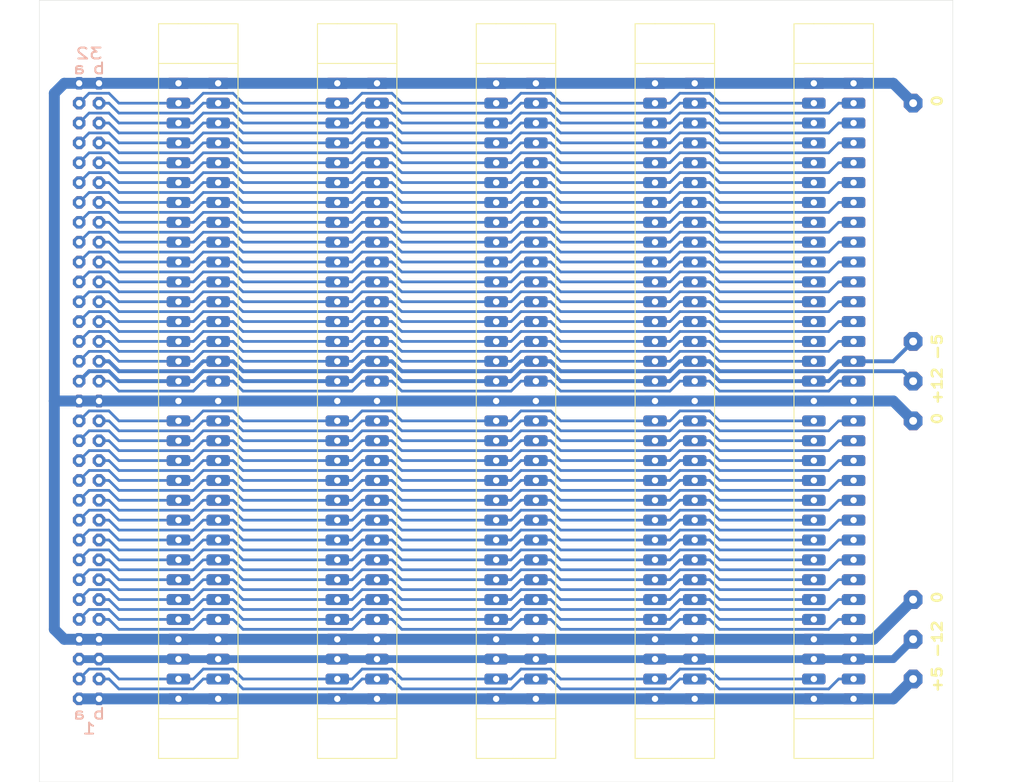
<source format=kicad_pcb>
(kicad_pcb (version 20240108) (generator "pcbnew") (generator_version "8.0")
  (layers (0 "F.Cu" signal) (31 "B.Cu" signal) (34 "B.Paste" user) (35 "F.Paste" user) (36 "B.SilkS" user "B.Silkscreen") (37 "F.SilkS" user "F.Silkscreen") (38 "B.Mask" user) (39 "F.Mask" user) (44 "Edge.Cuts" user))
  (net 0 "")
  (net 1 "/A3")
  (net 2 "/A1")
  (net 3 "PHI1")
  (net 4 "RAM.RW")
  (net 5 "GND")
  (net 6 "-5V")
  (net 7 "/A15")
  (net 8 "/A9")
  (net 9 "/A7")
  (net 10 "/A5")
  (net 11 "/D5")
  (net 12 "/D7")
  (net 13 "IRQ")
  (net 14 "RES")
  (net 15 "/D3")
  (net 16 "/D1")
  (net 17 "-12V")
  (net 18 "+5V")
  (net 19 "RDY")
  (net 20 "/D0")
  (net 21 "/D2")
  (net 22 "/D4")
  (net 23 "/D6")
  (net 24 "NMI")
  (net 25 "SO")
  (net 26 "+12V")
  (net 27 "/A14")
  (net 28 "/A12")
  (net 29 "/A10")
  (net 30 "/A8")
  (net 31 "/A4")
  (net 32 "/A0")
  (net 33 "RW")
  (net 34 "EX")
  (net 35 "C15")
  (net 36 "31C")
  (net 37 "28C")
  (net 38 "27C")
  (net 39 "/A2")
  (net 40 "/A6")
  (net 41 "18C")
  (net 42 "13C")
  (net 43 "11C")
  (net 44 "6C")
  (net 45 "2C")
  (net 46 "28A")
  (net 47 "27A")
  (net 48 "29A")
  (net 49 "17A")
  (net 50 "/A13")
  (net 51 "/A11")
  (net 52 "11A")
  (net 53 "14A")
  (net 54 "13A")
  (net 55 "15A")
  (net 56 "6A")
  (net 57 "2A")
  (footprint "MountingHole:MountingHole_2.7mm_M2.5_ISO14580" (layer "F.Cu") (at 182.88 60.96)
    (property "Reference" "REF1" (hide yes))
    (property "Value" "MountingHole_2.7mm_M2.5_ISO14580")
  )
  (footprint "elektor:DI41612-AC-F" (layer "F.Cu") (at 134.62 144.78 90)
    (property "Reference" "J4" (hide yes))
    (property "Value" "C64AC")
  )
  (footprint "elektor:PIN" (layer "F.Cu") (at 182.88 104.14)
    (property "Reference" "J9" (hide yes))
    (property "Value" "Conn_01x01_Pin")
  )
  (footprint "elektor:PIN" (layer "F.Cu") (at 182.88 142.24)
    (property "Reference" "J7" (hide yes))
    (property "Value" "Conn_01x01_Pin")
  )
  (footprint "elektor:DI41612-AC-F" (layer "F.Cu") (at 114.3 144.78 90)
    (property "Reference" "J3" (hide yes))
    (property "Value" "C64AC")
  )
  (footprint "elektor:PIN" (layer "F.Cu") (at 182.88 109.22)
    (property "Reference" "J12" (hide yes))
    (property "Value" "Conn_01x01_Pin")
  )
  (footprint "elektor:PIN" (layer "F.Cu") (at 182.88 132.08)
    (property "Reference" "J11" (hide yes))
    (property "Value" "Conn_01x01_Pin")
  )
  (footprint "elektor:DI41612-AC-F" (layer "F.Cu") (at 93.98 144.78 90)
    (property "Reference" "J2" (hide yes))
    (property "Value" "C64AC")
  )
  (footprint "MountingHole:MountingHole_2.7mm_M2.5_ISO14580" (layer "F.Cu") (at 182.88 149.86)
    (property "Reference" "REF2" (hide yes))
    (property "Value" "MountingHole_2.7mm_M2.5_ISO14580")
  )
  (footprint "elektor:PIN" (layer "F.Cu") (at 182.88 99.06)
    (property "Reference" "J8" (hide yes))
    (property "Value" "Conn_01x01_Pin")
  )
  (footprint "elektor:PIN" (layer "F.Cu") (at 182.88 68.58)
    (property "Reference" "J13" (hide yes))
    (property "Value" "Conn_01x01_Pin")
  )
  (footprint "elektor:PIN" (layer "F.Cu") (at 182.88 137.16)
    (property "Reference" "J10" (hide yes))
    (property "Value" "Conn_01x01_Pin")
  )
  (footprint "elektor:DI41612-AC-F" (layer "F.Cu") (at 154.94 144.78 90)
    (property "Reference" "J5" (hide yes))
    (property "Value" "C64AC")
  )
  (footprint "elektor:DI41612-AC-F" (layer "F.Cu") (at 175.26 144.78 90)
    (property "Reference" "J6" (hide yes))
    (property "Value" "C64AC")
  )
  (footprint "elektor:DIN-41612-AB-small-pads" (layer "B.Cu") (at 78.74 144.78)
    (property "Reference" "J1" (hide yes))
    (property "Value" "C64AB")
  )
  (gr_line (start 187.96 155.41) (end 71.12 155.41) (stroke (width 0.05)) (layer "Edge.Cuts"))
  (gr_line (start 71.12 55.41) (end 187.96 55.41) (stroke (width 0.05)) (layer "Edge.Cuts"))
  (gr_line (start 71.12 155.41) (end 71.12 55.41) (stroke (width 0.05)) (layer "Edge.Cuts"))
  (gr_line (start 187.96 55.41) (end 187.96 155.41) (stroke (width 0.05)) (layer "Edge.Cuts"))
  (gr_text "+5" (at 186.69 144.145 90) (layer "F.SilkS") (effects (font (size 1.25 1.5) (thickness 0.3125) (bold yes)) (justify left bottom)))
  (gr_text "0" (at 186.69 109.855 90) (layer "F.SilkS") (effects (font (size 1.25 1.5) (thickness 0.3125) (bold yes)) (justify left bottom)))
  (gr_text "+12" (at 186.69 107.315 90) (layer "F.SilkS") (effects (font (size 1.25 1.5) (thickness 0.3125) (bold yes)) (justify left bottom)))
  (gr_text "0" (at 186.69 132.715 90) (layer "F.SilkS") (effects (font (size 1.25 1.5) (thickness 0.3125) (bold yes)) (justify left bottom)))
  (gr_text "-5" (at 186.69 101.6 90) (layer "F.SilkS") (effects (font (size 1.25 1.5) (thickness 0.3125) (bold yes)) (justify left bottom)))
  (gr_text "-12" (at 186.69 139.7 90) (layer "F.SilkS") (effects (font (size 1.25 1.5) (thickness 0.3125) (bold yes)) (justify left bottom)))
  (gr_text "0" (at 186.69 69.215 90) (layer "F.SilkS") (effects (font (size 1.25 1.5) (thickness 0.3125) (bold yes)) (justify left bottom)))
  (segment (start 172.085 85.09) (end 173.355 83.82) (width 0.35) (layer "B.Cu") (net 1))
  (segment (start 78.74 83.82) (end 80.01 83.82) (width 0.35) (layer "B.Cu") (net 1))
  (segment (start 95.885 83.82) (end 97.155 85.09) (width 0.35) (layer "B.Cu") (net 1))
  (segment (start 80.01 83.82) (end 81.28 85.09) (width 0.35) (layer "B.Cu") (net 1))
  (segment (start 90.805 85.09) (end 92.075 83.82) (width 0.35) (layer "B.Cu") (net 1))
  (segment (start 154.94 83.82) (end 156.845 83.82) (width 0.35) (layer "B.Cu") (net 1))
  (segment (start 97.155 85.09) (end 111.125 85.09) (width 0.35) (layer "B.Cu") (net 1))
  (segment (start 117.475 85.09) (end 131.445 85.09) (width 0.35) (layer "B.Cu") (net 1))
  (segment (start 111.125 85.09) (end 112.395 83.82) (width 0.35) (layer "B.Cu") (net 1))
  (segment (start 131.445 85.09) (end 132.715 83.82) (width 0.35) (layer "B.Cu") (net 1))
  (segment (start 132.715 83.82) (end 134.62 83.82) (width 0.35) (layer "B.Cu") (net 1))
  (segment (start 112.395 83.82) (end 114.3 83.82) (width 0.35) (layer "B.Cu") (net 1))
  (segment (start 134.62 83.82) (end 136.525 83.82) (width 0.35) (layer "B.Cu") (net 1))
  (segment (start 173.355 83.82) (end 175.26 83.82) (width 0.35) (layer "B.Cu") (net 1))
  (segment (start 156.845 83.82) (end 158.115 85.09) (width 0.35) (layer "B.Cu") (net 1))
  (segment (start 116.205 83.82) (end 117.475 85.09) (width 0.35) (layer "B.Cu") (net 1))
  (segment (start 153.035 83.82) (end 154.94 83.82) (width 0.35) (layer "B.Cu") (net 1))
  (segment (start 114.3 83.82) (end 116.205 83.82) (width 0.35) (layer "B.Cu") (net 1))
  (segment (start 93.98 83.82) (end 95.885 83.82) (width 0.35) (layer "B.Cu") (net 1))
  (segment (start 151.765 85.09) (end 153.035 83.82) (width 0.35) (layer "B.Cu") (net 1))
  (segment (start 92.075 83.82) (end 93.98 83.82) (width 0.35) (layer "B.Cu") (net 1))
  (segment (start 81.28 85.09) (end 90.805 85.09) (width 0.35) (layer "B.Cu") (net 1))
  (segment (start 136.525 83.82) (end 137.795 85.09) (width 0.35) (layer "B.Cu") (net 1))
  (segment (start 137.795 85.09) (end 151.765 85.09) (width 0.35) (layer "B.Cu") (net 1))
  (segment (start 158.115 85.09) (end 172.085 85.09) (width 0.35) (layer "B.Cu") (net 1))
  (segment (start 173.355 81.28) (end 175.26 81.28) (width 0.35) (layer "B.Cu") (net 2))
  (segment (start 80.01 81.28) (end 81.28 82.55) (width 0.35) (layer "B.Cu") (net 2))
  (segment (start 78.74 81.28) (end 80.01 81.28) (width 0.35) (layer "B.Cu") (net 2))
  (segment (start 156.845 81.28) (end 158.115 82.55) (width 0.35) (layer "B.Cu") (net 2))
  (segment (start 136.525 81.28) (end 137.795 82.55) (width 0.35) (layer "B.Cu") (net 2))
  (segment (start 158.115 82.55) (end 172.085 82.55) (width 0.35) (layer "B.Cu") (net 2))
  (segment (start 172.085 82.55) (end 173.355 81.28) (width 0.35) (layer "B.Cu") (net 2))
  (segment (start 92.075 81.28) (end 93.98 81.28) (width 0.35) (layer "B.Cu") (net 2))
  (segment (start 117.475 82.55) (end 131.445 82.55) (width 0.35) (layer "B.Cu") (net 2))
  (segment (start 154.94 81.28) (end 156.845 81.28) (width 0.35) (layer "B.Cu") (net 2))
  (segment (start 93.98 81.28) (end 95.885 81.28) (width 0.35) (layer "B.Cu") (net 2))
  (segment (start 112.395 81.28) (end 114.3 81.28) (width 0.35) (layer "B.Cu") (net 2))
  (segment (start 114.3 81.28) (end 116.205 81.28) (width 0.35) (layer "B.Cu") (net 2))
  (segment (start 137.795 82.55) (end 151.765 82.55) (width 0.35) (layer "B.Cu") (net 2))
  (segment (start 97.155 82.55) (end 111.125 82.55) (width 0.35) (layer "B.Cu") (net 2))
  (segment (start 131.445 82.55) (end 132.715 81.28) (width 0.35) (layer "B.Cu") (net 2))
  (segment (start 90.805 82.55) (end 92.075 81.28) (width 0.35) (layer "B.Cu") (net 2))
  (segment (start 134.62 81.28) (end 136.525 81.28) (width 0.35) (layer "B.Cu") (net 2))
  (segment (start 153.035 81.28) (end 154.94 81.28) (width 0.35) (layer "B.Cu") (net 2))
  (segment (start 111.125 82.55) (end 112.395 81.28) (width 0.35) (layer "B.Cu") (net 2))
  (segment (start 81.28 82.55) (end 90.805 82.55) (width 0.35) (layer "B.Cu") (net 2))
  (segment (start 116.205 81.28) (end 117.475 82.55) (width 0.35) (layer "B.Cu") (net 2))
  (segment (start 132.715 81.28) (end 134.62 81.28) (width 0.35) (layer "B.Cu") (net 2))
  (segment (start 151.765 82.55) (end 153.035 81.28) (width 0.35) (layer "B.Cu") (net 2))
  (segment (start 95.885 81.28) (end 97.155 82.55) (width 0.35) (layer "B.Cu") (net 2))
  (segment (start 137.795 72.39) (end 151.765 72.39) (width 0.35) (layer "B.Cu") (net 3))
  (segment (start 172.085 72.39) (end 173.355 71.12) (width 0.35) (layer "B.Cu") (net 3))
  (segment (start 154.94 71.12) (end 156.845 71.12) (width 0.35) (layer "B.Cu") (net 3))
  (segment (start 116.205 71.12) (end 117.475 72.39) (width 0.35) (layer "B.Cu") (net 3))
  (segment (start 136.525 71.12) (end 137.795 72.39) (width 0.35) (layer "B.Cu") (net 3))
  (segment (start 132.715 71.12) (end 134.62 71.12) (width 0.35) (layer "B.Cu") (net 3))
  (segment (start 90.805 72.39) (end 92.075 71.12) (width 0.35) (layer "B.Cu") (net 3))
  (segment (start 114.3 71.12) (end 116.205 71.12) (width 0.35) (layer "B.Cu") (net 3))
  (segment (start 92.075 71.12) (end 93.98 71.12) (width 0.35) (layer "B.Cu") (net 3))
  (segment (start 131.445 72.39) (end 132.715 71.12) (width 0.35) (layer "B.Cu") (net 3))
  (segment (start 156.845 71.12) (end 158.115 72.39) (width 0.35) (layer "B.Cu") (net 3))
  (segment (start 112.395 71.12) (end 114.3 71.12) (width 0.35) (layer "B.Cu") (net 3))
  (segment (start 173.355 71.12) (end 175.26 71.12) (width 0.35) (layer "B.Cu") (net 3))
  (segment (start 151.765 72.39) (end 153.035 71.12) (width 0.35) (layer "B.Cu") (net 3))
  (segment (start 93.98 71.12) (end 95.885 71.12) (width 0.35) (layer "B.Cu") (net 3))
  (segment (start 158.115 72.39) (end 172.085 72.39) (width 0.35) (layer "B.Cu") (net 3))
  (segment (start 134.62 71.12) (end 136.525 71.12) (width 0.35) (layer "B.Cu") (net 3))
  (segment (start 95.885 71.12) (end 97.155 72.39) (width 0.35) (layer "B.Cu") (net 3))
  (segment (start 97.155 72.39) (end 111.125 72.39) (width 0.35) (layer "B.Cu") (net 3))
  (segment (start 153.035 71.12) (end 154.94 71.12) (width 0.35) (layer "B.Cu") (net 3))
  (segment (start 111.125 72.39) (end 112.395 71.12) (width 0.35) (layer "B.Cu") (net 3))
  (segment (start 117.475 72.39) (end 131.445 72.39) (width 0.35) (layer "B.Cu") (net 3))
  (segment (start 78.74 71.12) (end 80.01 71.12) (width 0.35) (layer "B.Cu") (net 3))
  (segment (start 81.28 72.39) (end 90.805 72.39) (width 0.35) (layer "B.Cu") (net 3))
  (segment (start 80.01 71.12) (end 81.28 72.39) (width 0.35) (layer "B.Cu") (net 3))
  (segment (start 90.805 69.85) (end 92.075 68.58) (width 0.35) (layer "B.Cu") (net 4))
  (segment (start 151.765 69.85) (end 153.035 68.58) (width 0.35) (layer "B.Cu") (net 4))
  (segment (start 117.475 69.85) (end 131.445 69.85) (width 0.35) (layer "B.Cu") (net 4))
  (segment (start 137.795 69.85) (end 151.765 69.85) (width 0.35) (layer "B.Cu") (net 4))
  (segment (start 81.28 69.85) (end 90.805 69.85) (width 0.35) (layer "B.Cu") (net 4))
  (segment (start 158.115 69.85) (end 172.085 69.85) (width 0.35) (layer "B.Cu") (net 4))
  (segment (start 154.94 68.58) (end 156.845 68.58) (width 0.35) (layer "B.Cu") (net 4))
  (segment (start 156.845 68.58) (end 158.115 69.85) (width 0.35) (layer "B.Cu") (net 4))
  (segment (start 97.155 69.85) (end 111.125 69.85) (width 0.35) (layer "B.Cu") (net 4))
  (segment (start 112.395 68.58) (end 114.3 68.58) (width 0.35) (layer "B.Cu") (net 4))
  (segment (start 95.885 68.58) (end 97.155 69.85) (width 0.35) (layer "B.Cu") (net 4))
  (segment (start 136.525 68.58) (end 137.795 69.85) (width 0.35) (layer "B.Cu") (net 4))
  (segment (start 153.035 68.58) (end 154.94 68.58) (width 0.35) (layer "B.Cu") (net 4))
  (segment (start 93.98 68.58) (end 95.885 68.58) (width 0.35) (layer "B.Cu") (net 4))
  (segment (start 114.3 68.58) (end 116.205 68.58) (width 0.35) (layer "B.Cu") (net 4))
  (segment (start 134.62 68.58) (end 136.525 68.58) (width 0.35) (layer "B.Cu") (net 4))
  (segment (start 80.01 68.58) (end 81.28 69.85) (width 0.35) (layer "B.Cu") (net 4))
  (segment (start 111.125 69.85) (end 112.395 68.58) (width 0.35) (layer "B.Cu") (net 4))
  (segment (start 173.355 68.58) (end 175.26 68.58) (width 0.35) (layer "B.Cu") (net 4))
  (segment (start 172.085 69.85) (end 173.355 68.58) (width 0.35) (layer "B.Cu") (net 4))
  (segment (start 78.74 68.58) (end 80.01 68.58) (width 0.35) (layer "B.Cu") (net 4))
  (segment (start 116.205 68.58) (end 117.475 69.85) (width 0.35) (layer "B.Cu") (net 4))
  (segment (start 92.075 68.58) (end 93.98 68.58) (width 0.35) (layer "B.Cu") (net 4))
  (segment (start 131.445 69.85) (end 132.715 68.58) (width 0.35) (layer "B.Cu") (net 4))
  (segment (start 132.715 68.58) (end 134.62 68.58) (width 0.35) (layer "B.Cu") (net 4))
  (segment (start 177.8 137.16) (end 182.88 132.08) (width 1.4) (layer "B.Cu") (net 5))
  (segment (start 76.2 106.68) (end 73.025 106.68) (width 1.4) (layer "B.Cu") (net 5))
  (segment (start 180.34 106.68) (end 182.88 109.22) (width 1.4) (layer "B.Cu") (net 5))
  (segment (start 88.9 106.68) (end 93.98 106.68) (width 1.4) (layer "B.Cu") (net 5))
  (segment (start 175.26 137.16) (end 177.8 137.16) (width 1.4) (layer "B.Cu") (net 5))
  (segment (start 129.54 106.68) (end 134.62 106.68) (width 1.4) (layer "B.Cu") (net 5))
  (segment (start 76.2 106.68) (end 78.74 106.68) (width 1.4) (layer "B.Cu") (net 5))
  (segment (start 73.025 67.31) (end 73.025 106.68) (width 1.4) (layer "B.Cu") (net 5))
  (segment (start 149.86 66.04) (end 154.94 66.04) (width 1.4) (layer "B.Cu") (net 5))
  (segment (start 73.025 135.89) (end 74.295 137.16) (width 1.4) (layer "B.Cu") (net 5))
  (segment (start 114.3 137.16) (end 129.54 137.16) (width 1.4) (layer "B.Cu") (net 5))
  (segment (start 129.54 137.16) (end 134.62 137.16) (width 1.4) (layer "B.Cu") (net 5))
  (segment (start 88.9 137.16) (end 93.98 137.16) (width 1.4) (layer "B.Cu") (net 5))
  (segment (start 76.2 66.04) (end 74.295 66.04) (width 1.4) (layer "B.Cu") (net 5))
  (segment (start 134.62 66.04) (end 149.86 66.04) (width 1.4) (layer "B.Cu") (net 5))
  (segment (start 74.295 137.16) (end 76.2 137.16) (width 1.4) (layer "B.Cu") (net 5))
  (segment (start 114.3 66.04) (end 129.54 66.04) (width 1.4) (layer "B.Cu") (net 5))
  (segment (start 149.86 137.16) (end 154.94 137.16) (width 1.4) (layer "B.Cu") (net 5))
  (segment (start 154.94 106.68) (end 170.18 106.68) (width 1.4) (layer "B.Cu") (net 5))
  (segment (start 134.62 106.68) (end 149.86 106.68) (width 1.4) (layer "B.Cu") (net 5))
  (segment (start 154.94 66.04) (end 170.18 66.04) (width 1.4) (layer "B.Cu") (net 5))
  (segment (start 170.18 106.68) (end 175.26 106.68) (width 1.4) (layer "B.Cu") (net 5))
  (segment (start 109.22 106.68) (end 114.3 106.68) (width 1.4) (layer "B.Cu") (net 5))
  (segment (start 114.3 106.68) (end 129.54 106.68) (width 1.4) (layer "B.Cu") (net 5))
  (segment (start 78.74 106.68) (end 88.9 106.68) (width 1.4) (layer "B.Cu") (net 5))
  (segment (start 76.2 66.04) (end 78.74 66.04) (width 1.4) (layer "B.Cu") (net 5))
  (segment (start 109.22 137.16) (end 114.3 137.16) (width 1.4) (layer "B.Cu") (net 5))
  (segment (start 93.98 106.68) (end 109.22 106.68) (width 1.4) (layer "B.Cu") (net 5))
  (segment (start 129.54 66.04) (end 134.62 66.04) (width 1.4) (layer "B.Cu") (net 5))
  (segment (start 73.025 106.68) (end 73.025 135.89) (width 1.4) (layer "B.Cu") (net 5))
  (segment (start 134.62 137.16) (end 149.86 137.16) (width 1.4) (layer "B.Cu") (net 5))
  (segment (start 175.26 106.68) (end 180.34 106.68) (width 1.4) (layer "B.Cu") (net 5))
  (segment (start 74.295 66.04) (end 73.025 67.31) (width 1.4) (layer "B.Cu") (net 5))
  (segment (start 76.2 137.16) (end 78.74 137.16) (width 1.4) (layer "B.Cu") (net 5))
  (segment (start 88.9 66.04) (end 93.98 66.04) (width 1.4) (layer "B.Cu") (net 5))
  (segment (start 180.34 66.04) (end 182.88 68.58) (width 1.4) (layer "B.Cu") (net 5))
  (segment (start 109.22 66.04) (end 114.3 66.04) (width 1.4) (layer "B.Cu") (net 5))
  (segment (start 149.86 106.68) (end 154.94 106.68) (width 1.4) (layer "B.Cu") (net 5))
  (segment (start 93.98 137.16) (end 109.22 137.16) (width 1.4) (layer "B.Cu") (net 5))
  (segment (start 170.18 66.04) (end 175.26 66.04) (width 1.4) (layer "B.Cu") (net 5))
  (segment (start 78.74 137.16) (end 88.9 137.16) (width 1.4) (layer "B.Cu") (net 5))
  (segment (start 78.74 66.04) (end 88.9 66.04) (width 1.4) (layer "B.Cu") (net 5))
  (segment (start 170.18 137.16) (end 175.26 137.16) (width 1.4) (layer "B.Cu") (net 5))
  (segment (start 93.98 66.04) (end 109.22 66.04) (width 1.4) (layer "B.Cu") (net 5))
  (segment (start 154.94 137.16) (end 170.18 137.16) (width 1.4) (layer "B.Cu") (net 5))
  (segment (start 175.26 66.04) (end 180.34 66.04) (width 1.4) (layer "B.Cu") (net 5))
  (segment (start 117.475 102.87) (end 131.445 102.87) (width 0.5) (layer "B.Cu") (net 6))
  (segment (start 154.94 101.6) (end 156.845 101.6) (width 0.5) (layer "B.Cu") (net 6))
  (segment (start 137.795 102.87) (end 151.765 102.87) (width 0.5) (layer "B.Cu") (net 6))
  (segment (start 95.885 101.6) (end 97.155 102.87) (width 0.5) (layer "B.Cu") (net 6))
  (segment (start 112.395 101.6) (end 114.3 101.6) (width 0.5) (layer "B.Cu") (net 6))
  (segment (start 78.74 101.6) (end 80.01 101.6) (width 0.5) (layer "B.Cu") (net 6))
  (segment (start 114.3 101.6) (end 116.205 101.6) (width 0.5) (layer "B.Cu") (net 6))
  (segment (start 81.28 102.87) (end 90.805 102.87) (width 0.5) (layer "B.Cu") (net 6))
  (segment (start 151.765 102.87) (end 153.035 101.6) (width 0.5) (layer "B.Cu") (net 6))
  (segment (start 156.845 101.6) (end 158.115 102.87) (width 0.5) (layer "B.Cu") (net 6))
  (segment (start 131.445 102.87) (end 132.715 101.6) (width 0.5) (layer "B.Cu") (net 6))
  (segment (start 134.62 101.6) (end 136.525 101.6) (width 0.5) (layer "B.Cu") (net 6))
  (segment (start 97.155 102.87) (end 111.125 102.87) (width 0.5) (layer "B.Cu") (net 6))
  (segment (start 173.353604 101.6) (end 175.26 101.6) (width 0.5) (layer "B.Cu") (net 6))
  (segment (start 153.035 101.6) (end 154.94 101.6) (width 0.5) (layer "B.Cu") (net 6))
  (segment (start 80.01 101.6) (end 81.28 102.87) (width 0.5) (layer "B.Cu") (net 6))
  (segment (start 175.26 101.6) (end 180.34 101.6) (width 0.5) (layer "B.Cu") (net 6))
  (segment (start 90.805 102.87) (end 92.075 101.6) (width 0.5) (layer "B.Cu") (net 6))
  (segment (start 136.525 101.6) (end 137.795 102.87) (width 0.5) (layer "B.Cu") (net 6))
  (segment (start 132.715 101.6) (end 134.62 101.6) (width 0.5) (layer "B.Cu") (net 6))
  (segment (start 111.125 102.87) (end 112.395 101.6) (width 0.5) (layer "B.Cu") (net 6))
  (segment (start 158.115 102.87) (end 172.083604 102.87) (width 0.5) (layer "B.Cu") (net 6))
  (segment (start 93.98 101.6) (end 95.885 101.6) (width 0.5) (layer "B.Cu") (net 6))
  (segment (start 172.083604 102.87) (end 173.353604 101.6) (width 0.5) (layer "B.Cu") (net 6))
  (segment (start 180.34 101.6) (end 182.88 99.06) (width 0.5) (layer "B.Cu") (net 6))
  (segment (start 92.075 101.6) (end 93.98 101.6) (width 0.5) (layer "B.Cu") (net 6))
  (segment (start 116.205 101.6) (end 117.475 102.87) (width 0.5) (layer "B.Cu") (net 6))
  (segment (start 154.94 99.06) (end 156.845 99.06) (width 0.35) (layer "B.Cu") (net 7))
  (segment (start 116.205 99.06) (end 117.475 100.33) (width 0.35) (layer "B.Cu") (net 7))
  (segment (start 158.115 100.33) (end 172.085 100.33) (width 0.35) (layer "B.Cu") (net 7))
  (segment (start 114.3 99.06) (end 116.205 99.06) (width 0.35) (layer "B.Cu") (net 7))
  (segment (start 81.28 100.33) (end 90.805 100.33) (width 0.35) (layer "B.Cu") (net 7))
  (segment (start 95.885 99.06) (end 97.155 100.33) (width 0.35) (layer "B.Cu") (net 7))
  (segment (start 131.445 100.33) (end 132.715 99.06) (width 0.35) (layer "B.Cu") (net 7))
  (segment (start 92.075 99.06) (end 93.98 99.06) (width 0.35) (layer "B.Cu") (net 7))
  (segment (start 172.085 100.33) (end 173.355 99.06) (width 0.35) (layer "B.Cu") (net 7))
  (segment (start 151.765 100.33) (end 153.035 99.06) (width 0.35) (layer "B.Cu") (net 7))
  (segment (start 134.62 99.06) (end 136.525 99.06) (width 0.35) (layer "B.Cu") (net 7))
  (segment (start 93.98 99.06) (end 95.885 99.06) (width 0.35) (layer "B.Cu") (net 7))
  (segment (start 90.805 100.33) (end 92.075 99.06) (width 0.35) (layer "B.Cu") (net 7))
  (segment (start 112.395 99.06) (end 114.3 99.06) (width 0.35) (layer "B.Cu") (net 7))
  (segment (start 117.475 100.33) (end 131.445 100.33) (width 0.35) (layer "B.Cu") (net 7))
  (segment (start 153.035 99.06) (end 154.94 99.06) (width 0.35) (layer "B.Cu") (net 7))
  (segment (start 111.125 100.33) (end 112.395 99.06) (width 0.35) (layer "B.Cu") (net 7))
  (segment (start 136.525 99.06) (end 137.795 100.33) (width 0.35) (layer "B.Cu") (net 7))
  (segment (start 78.74 99.06) (end 80.01 99.06) (width 0.35) (layer "B.Cu") (net 7))
  (segment (start 156.845 99.06) (end 158.115 100.33) (width 0.35) (layer "B.Cu") (net 7))
  (segment (start 132.715 99.06) (end 134.62 99.06) (width 0.35) (layer "B.Cu") (net 7))
  (segment (start 80.01 99.06) (end 81.28 100.33) (width 0.35) (layer "B.Cu") (net 7))
  (segment (start 97.155 100.33) (end 111.125 100.33) (width 0.35) (layer "B.Cu") (net 7))
  (segment (start 137.795 100.33) (end 151.765 100.33) (width 0.35) (layer "B.Cu") (net 7))
  (segment (start 173.355 99.06) (end 175.26 99.06) (width 0.35) (layer "B.Cu") (net 7))
  (segment (start 134.62 91.44) (end 136.525 91.44) (width 0.35) (layer "B.Cu") (net 8))
  (segment (start 173.355 91.44) (end 175.26 91.44) (width 0.35) (layer "B.Cu") (net 8))
  (segment (start 81.28 92.71) (end 90.805 92.71) (width 0.35) (layer "B.Cu") (net 8))
  (segment (start 97.155 92.71) (end 111.125 92.71) (width 0.35) (layer "B.Cu") (net 8))
  (segment (start 154.94 91.44) (end 156.845 91.44) (width 0.35) (layer "B.Cu") (net 8))
  (segment (start 80.01 91.44) (end 81.28 92.71) (width 0.35) (layer "B.Cu") (net 8))
  (segment (start 93.98 91.44) (end 95.885 91.44) (width 0.35) (layer "B.Cu") (net 8))
  (segment (start 151.765 92.71) (end 153.035 91.44) (width 0.35) (layer "B.Cu") (net 8))
  (segment (start 156.845 91.44) (end 158.115 92.71) (width 0.35) (layer "B.Cu") (net 8))
  (segment (start 117.475 92.71) (end 131.445 92.71) (width 0.35) (layer "B.Cu") (net 8))
  (segment (start 95.885 91.44) (end 97.155 92.71) (width 0.35) (layer "B.Cu") (net 8))
  (segment (start 111.125 92.71) (end 112.395 91.44) (width 0.35) (layer "B.Cu") (net 8))
  (segment (start 153.035 91.44) (end 154.94 91.44) (width 0.35) (layer "B.Cu") (net 8))
  (segment (start 112.395 91.44) (end 114.3 91.44) (width 0.35) (layer "B.Cu") (net 8))
  (segment (start 90.805 92.71) (end 92.075 91.44) (width 0.35) (layer "B.Cu") (net 8))
  (segment (start 136.525 91.44) (end 137.795 92.71) (width 0.35) (layer "B.Cu") (net 8))
  (segment (start 132.715 91.44) (end 134.62 91.44) (width 0.35) (layer "B.Cu") (net 8))
  (segment (start 116.205 91.44) (end 117.475 92.71) (width 0.35) (layer "B.Cu") (net 8))
  (segment (start 92.075 91.44) (end 93.98 91.44) (width 0.35) (layer "B.Cu") (net 8))
  (segment (start 114.3 91.44) (end 116.205 91.44) (width 0.35) (layer "B.Cu") (net 8))
  (segment (start 137.795 92.71) (end 151.765 92.71) (width 0.35) (layer "B.Cu") (net 8))
  (segment (start 172.085 92.71) (end 173.355 91.44) (width 0.35) (layer "B.Cu") (net 8))
  (segment (start 158.115 92.71) (end 172.085 92.71) (width 0.35) (layer "B.Cu") (net 8))
  (segment (start 131.445 92.71) (end 132.715 91.44) (width 0.35) (layer "B.Cu") (net 8))
  (segment (start 78.74 91.44) (end 80.01 91.44) (width 0.35) (layer "B.Cu") (net 8))
  (segment (start 134.62 88.9) (end 136.525 88.9) (width 0.35) (layer "B.Cu") (net 9))
  (segment (start 153.035 88.9) (end 154.94 88.9) (width 0.35) (layer "B.Cu") (net 9))
  (segment (start 80.01 88.9) (end 81.28 90.17) (width 0.35) (layer "B.Cu") (net 9))
  (segment (start 97.155 90.17) (end 111.125 90.17) (width 0.35) (layer "B.Cu") (net 9))
  (segment (start 95.885 88.9) (end 97.155 90.17) (width 0.35) (layer "B.Cu") (net 9))
  (segment (start 114.3 88.9) (end 116.205 88.9) (width 0.35) (layer "B.Cu") (net 9))
  (segment (start 137.795 90.17) (end 151.765 90.17) (width 0.35) (layer "B.Cu") (net 9))
  (segment (start 78.74 88.9) (end 80.01 88.9) (width 0.35) (layer "B.Cu") (net 9))
  (segment (start 156.845 88.9) (end 158.115 90.17) (width 0.35) (layer "B.Cu") (net 9))
  (segment (start 116.205 88.9) (end 117.475 90.17) (width 0.35) (layer "B.Cu") (net 9))
  (segment (start 154.94 88.9) (end 156.845 88.9) (width 0.35) (layer "B.Cu") (net 9))
  (segment (start 93.98 88.9) (end 95.885 88.9) (width 0.35) (layer "B.Cu") (net 9))
  (segment (start 117.475 90.17) (end 131.445 90.17) (width 0.35) (layer "B.Cu") (net 9))
  (segment (start 158.115 90.17) (end 172.085 90.17) (width 0.35) (layer "B.Cu") (net 9))
  (segment (start 92.075 88.9) (end 93.98 88.9) (width 0.35) (layer "B.Cu") (net 9))
  (segment (start 151.765 90.17) (end 153.035 88.9) (width 0.35) (layer "B.Cu") (net 9))
  (segment (start 136.525 88.9) (end 137.795 90.17) (width 0.35) (layer "B.Cu") (net 9))
  (segment (start 90.805 90.17) (end 92.075 88.9) (width 0.35) (layer "B.Cu") (net 9))
  (segment (start 172.085 90.17) (end 173.355 88.9) (width 0.35) (layer "B.Cu") (net 9))
  (segment (start 131.445 90.17) (end 132.715 88.9) (width 0.35) (layer "B.Cu") (net 9))
  (segment (start 132.715 88.9) (end 134.62 88.9) (width 0.35) (layer "B.Cu") (net 9))
  (segment (start 111.125 90.17) (end 112.395 88.9) (width 0.35) (layer "B.Cu") (net 9))
  (segment (start 173.355 88.9) (end 175.26 88.9) (width 0.35) (layer "B.Cu") (net 9))
  (segment (start 112.395 88.9) (end 114.3 88.9) (width 0.35) (layer "B.Cu") (net 9))
  (segment (start 81.28 90.17) (end 90.805 90.17) (width 0.35) (layer "B.Cu") (net 9))
  (segment (start 131.445 87.63) (end 132.715 86.36) (width 0.35) (layer "B.Cu") (net 10))
  (segment (start 158.115 87.63) (end 172.085 87.63) (width 0.35) (layer "B.Cu") (net 10))
  (segment (start 116.205 86.36) (end 117.475 87.63) (width 0.35) (layer "B.Cu") (net 10))
  (segment (start 90.805 87.63) (end 92.075 86.36) (width 0.35) (layer "B.Cu") (net 10))
  (segment (start 114.3 86.36) (end 116.205 86.36) (width 0.35) (layer "B.Cu") (net 10))
  (segment (start 111.125 87.63) (end 112.395 86.36) (width 0.35) (layer "B.Cu") (net 10))
  (segment (start 81.28 87.63) (end 90.805 87.63) (width 0.35) (layer "B.Cu") (net 10))
  (segment (start 151.765 87.63) (end 153.035 86.36) (width 0.35) (layer "B.Cu") (net 10))
  (segment (start 92.075 86.36) (end 93.98 86.36) (width 0.35) (layer "B.Cu") (net 10))
  (segment (start 136.525 86.36) (end 137.795 87.63) (width 0.35) (layer "B.Cu") (net 10))
  (segment (start 97.155 87.63) (end 111.125 87.63) (width 0.35) (layer "B.Cu") (net 10))
  (segment (start 80.01 86.36) (end 81.28 87.63) (width 0.35) (layer "B.Cu") (net 10))
  (segment (start 78.74 86.36) (end 80.01 86.36) (width 0.35) (layer "B.Cu") (net 10))
  (segment (start 153.035 86.36) (end 154.94 86.36) (width 0.35) (layer "B.Cu") (net 10))
  (segment (start 112.395 86.36) (end 114.3 86.36) (width 0.35) (layer "B.Cu") (net 10))
  (segment (start 173.355 86.36) (end 175.26 86.36) (width 0.35) (layer "B.Cu") (net 10))
  (segment (start 156.845 86.36) (end 158.115 87.63) (width 0.35) (layer "B.Cu") (net 10))
  (segment (start 132.715 86.36) (end 134.62 86.36) (width 0.35) (layer "B.Cu") (net 10))
  (segment (start 134.62 86.36) (end 136.525 86.36) (width 0.35) (layer "B.Cu") (net 10))
  (segment (start 93.98 86.36) (end 95.885 86.36) (width 0.35) (layer "B.Cu") (net 10))
  (segment (start 117.475 87.63) (end 131.445 87.63) (width 0.35) (layer "B.Cu") (net 10))
  (segment (start 154.94 86.36) (end 156.845 86.36) (width 0.35) (layer "B.Cu") (net 10))
  (segment (start 172.085 87.63) (end 173.355 86.36) (width 0.35) (layer "B.Cu") (net 10))
  (segment (start 137.795 87.63) (end 151.765 87.63) (width 0.35) (layer "B.Cu") (net 10))
  (segment (start 95.885 86.36) (end 97.155 87.63) (width 0.35) (layer "B.Cu") (net 10))
  (segment (start 112.395 124.46) (end 114.3 124.46) (width 0.35) (layer "B.Cu") (net 11))
  (segment (start 114.3 124.46) (end 116.205 124.46) (width 0.35) (layer "B.Cu") (net 11))
  (segment (start 80.01 124.46) (end 81.28 125.73) (width 0.35) (layer "B.Cu") (net 11))
  (segment (start 111.125 125.73) (end 112.395 124.46) (width 0.35) (layer "B.Cu") (net 11))
  (segment (start 158.115 125.73) (end 172.085 125.73) (width 0.35) (layer "B.Cu") (net 11))
  (segment (start 136.525 124.46) (end 137.795 125.73) (width 0.35) (layer "B.Cu") (net 11))
  (segment (start 97.155 125.73) (end 111.125 125.73) (width 0.35) (layer "B.Cu") (net 11))
  (segment (start 116.205 124.46) (end 117.475 125.73) (width 0.35) (layer "B.Cu") (net 11))
  (segment (start 131.445 125.73) (end 132.715 124.46) (width 0.35) (layer "B.Cu") (net 11))
  (segment (start 93.98 124.46) (end 95.885 124.46) (width 0.35) (layer "B.Cu") (net 11))
  (segment (start 137.795 125.73) (end 151.765 125.73) (width 0.35) (layer "B.Cu") (net 11))
  (segment (start 132.715 124.46) (end 134.62 124.46) (width 0.35) (layer "B.Cu") (net 11))
  (segment (start 81.28 125.73) (end 90.805 125.73) (width 0.35) (layer "B.Cu") (net 11))
  (segment (start 154.94 124.46) (end 156.845 124.46) (width 0.35) (layer "B.Cu") (net 11))
  (segment (start 117.475 125.73) (end 131.445 125.73) (width 0.35) (layer "B.Cu") (net 11))
  (segment (start 173.355 124.46) (end 175.26 124.46) (width 0.35) (layer "B.Cu") (net 11))
  (segment (start 95.885 124.46) (end 97.155 125.73) (width 0.35) (layer "B.Cu") (net 11))
  (segment (start 153.035 124.46) (end 154.94 124.46) (width 0.35) (layer "B.Cu") (net 11))
  (segment (start 151.765 125.73) (end 153.035 124.46) (width 0.35) (layer "B.Cu") (net 11))
  (segment (start 90.805 125.73) (end 92.075 124.46) (width 0.35) (layer "B.Cu") (net 11))
  (segment (start 134.62 124.46) (end 136.525 124.46) (width 0.35) (layer "B.Cu") (net 11))
  (segment (start 78.74 124.46) (end 80.01 124.46) (width 0.35) (layer "B.Cu") (net 11))
  (segment (start 92.075 124.46) (end 93.98 124.46) (width 0.35) (layer "B.Cu") (net 11))
  (segment (start 172.085 125.73) (end 173.355 124.46) (width 0.35) (layer "B.Cu") (net 11))
  (segment (start 156.845 124.46) (end 158.115 125.73) (width 0.35) (layer "B.Cu") (net 11))
  (segment (start 114.3 121.92) (end 116.205 121.92) (width 0.35) (layer "B.Cu") (net 12))
  (segment (start 93.98 121.92) (end 95.885 121.92) (width 0.35) (layer "B.Cu") (net 12))
  (segment (start 111.125 123.19) (end 112.395 121.92) (width 0.35) (layer "B.Cu") (net 12))
  (segment (start 151.765 123.19) (end 153.035 121.92) (width 0.35) (layer "B.Cu") (net 12))
  (segment (start 158.115 123.19) (end 172.085 123.19) (width 0.35) (layer "B.Cu") (net 12))
  (segment (start 137.795 123.19) (end 151.765 123.19) (width 0.35) (layer "B.Cu") (net 12))
  (segment (start 117.475 123.19) (end 131.445 123.19) (width 0.35) (layer "B.Cu") (net 12))
  (segment (start 95.885 121.92) (end 97.155 123.19) (width 0.35) (layer "B.Cu") (net 12))
  (segment (start 80.01 121.92) (end 81.28 123.19) (width 0.35) (layer "B.Cu") (net 12))
  (segment (start 92.075 121.92) (end 93.98 121.92) (width 0.35) (layer "B.Cu") (net 12))
  (segment (start 116.205 121.92) (end 117.475 123.19) (width 0.35) (layer "B.Cu") (net 12))
  (segment (start 134.62 121.92) (end 136.525 121.92) (width 0.35) (layer "B.Cu") (net 12))
  (segment (start 78.74 121.92) (end 80.01 121.92) (width 0.35) (layer "B.Cu") (net 12))
  (segment (start 81.28 123.19) (end 90.805 123.19) (width 0.35) (layer "B.Cu") (net 12))
  (segment (start 112.395 121.92) (end 114.3 121.92) (width 0.35) (layer "B.Cu") (net 12))
  (segment (start 132.715 121.92) (end 134.62 121.92) (width 0.35) (layer "B.Cu") (net 12))
  (segment (start 173.355 121.92) (end 175.26 121.92) (width 0.35) (layer "B.Cu") (net 12))
  (segment (start 154.94 121.92) (end 156.845 121.92) (width 0.35) (layer "B.Cu") (net 12))
  (segment (start 131.445 123.19) (end 132.715 121.92) (width 0.35) (layer "B.Cu") (net 12))
  (segment (start 136.525 121.92) (end 137.795 123.19) (width 0.35) (layer "B.Cu") (net 12))
  (segment (start 172.085 123.19) (end 173.355 121.92) (width 0.35) (layer "B.Cu") (net 12))
  (segment (start 97.155 123.19) (end 111.125 123.19) (width 0.35) (layer "B.Cu") (net 12))
  (segment (start 90.805 123.19) (end 92.075 121.92) (width 0.35) (layer "B.Cu") (net 12))
  (segment (start 153.035 121.92) (end 154.94 121.92) (width 0.35) (layer "B.Cu") (net 12))
  (segment (start 156.845 121.92) (end 158.115 123.19) (width 0.35) (layer "B.Cu") (net 12))
  (segment (start 116.205 116.84) (end 117.475 118.11) (width 0.35) (layer "B.Cu") (net 13))
  (segment (start 117.475 118.11) (end 131.445 118.11) (width 0.35) (layer "B.Cu") (net 13))
  (segment (start 95.885 116.84) (end 97.155 118.11) (width 0.35) (layer "B.Cu") (net 13))
  (segment (start 111.125 118.11) (end 112.395 116.84) (width 0.35) (layer "B.Cu") (net 13))
  (segment (start 153.035 116.84) (end 154.94 116.84) (width 0.35) (layer "B.Cu") (net 13))
  (segment (start 137.795 118.11) (end 151.765 118.11) (width 0.35) (layer "B.Cu") (net 13))
  (segment (start 151.765 118.11) (end 153.035 116.84) (width 0.35) (layer "B.Cu") (net 13))
  (segment (start 78.74 116.84) (end 80.01 116.84) (width 0.35) (layer "B.Cu") (net 13))
  (segment (start 131.445 118.11) (end 132.715 116.84) (width 0.35) (layer "B.Cu") (net 13))
  (segment (start 158.115 118.11) (end 172.085 118.11) (width 0.35) (layer "B.Cu") (net 13))
  (segment (start 172.085 118.11) (end 173.355 116.84) (width 0.35) (layer "B.Cu") (net 13))
  (segment (start 134.62 116.84) (end 136.525 116.84) (width 0.35) (layer "B.Cu") (net 13))
  (segment (start 80.01 116.84) (end 81.28 118.11) (width 0.35) (layer "B.Cu") (net 13))
  (segment (start 90.805 118.11) (end 92.075 116.84) (width 0.35) (layer "B.Cu") (net 13))
  (segment (start 81.28 118.11) (end 90.805 118.11) (width 0.35) (layer "B.Cu") (net 13))
  (segment (start 93.98 116.84) (end 95.885 116.84) (width 0.35) (layer "B.Cu") (net 13))
  (segment (start 132.715 116.84) (end 134.62 116.84) (width 0.35) (layer "B.Cu") (net 13))
  (segment (start 112.395 116.84) (end 114.3 116.84) (width 0.35) (layer "B.Cu") (net 13))
  (segment (start 97.155 118.11) (end 111.125 118.11) (width 0.35) (layer "B.Cu") (net 13))
  (segment (start 114.3 116.84) (end 116.205 116.84) (width 0.35) (layer "B.Cu") (net 13))
  (segment (start 154.94 116.84) (end 156.845 116.84) (width 0.35) (layer "B.Cu") (net 13))
  (segment (start 92.075 116.84) (end 93.98 116.84) (width 0.35) (layer "B.Cu") (net 13))
  (segment (start 156.845 116.84) (end 158.115 118.11) (width 0.35) (layer "B.Cu") (net 13))
  (segment (start 173.355 116.84) (end 175.26 116.84) (width 0.35) (layer "B.Cu") (net 13))
  (segment (start 136.525 116.84) (end 137.795 118.11) (width 0.35) (layer "B.Cu") (net 13))
  (segment (start 111.125 135.89) (end 112.395 134.62) (width 0.35) (layer "B.Cu") (net 14))
  (segment (start 80.01 134.62) (end 81.28 135.89) (width 0.35) (layer "B.Cu") (net 14))
  (segment (start 97.155 135.89) (end 111.125 135.89) (width 0.35) (layer "B.Cu") (net 14))
  (segment (start 78.74 134.62) (end 80.01 134.62) (width 0.35) (layer "B.Cu") (net 14))
  (segment (start 117.475 135.89) (end 131.445 135.89) (width 0.35) (layer "B.Cu") (net 14))
  (segment (start 172.085 135.89) (end 173.355 134.62) (width 0.35) (layer "B.Cu") (net 14))
  (segment (start 134.62 134.62) (end 136.525 134.62) (width 0.35) (layer "B.Cu") (net 14))
  (segment (start 131.445 135.89) (end 132.715 134.62) (width 0.35) (layer "B.Cu") (net 14))
  (segment (start 154.94 134.62) (end 156.845 134.62) (width 0.35) (layer "B.Cu") (net 14))
  (segment (start 153.035 134.62) (end 154.94 134.62) (width 0.35) (layer "B.Cu") (net 14))
  (segment (start 93.98 134.62) (end 95.885 134.62) (width 0.35) (layer "B.Cu") (net 14))
  (segment (start 156.845 134.62) (end 158.115 135.89) (width 0.35) (layer "B.Cu") (net 14))
  (segment (start 136.525 134.62) (end 137.795 135.89) (width 0.35) (layer "B.Cu") (net 14))
  (segment (start 137.795 135.89) (end 151.765 135.89) (width 0.35) (layer "B.Cu") (net 14))
  (segment (start 92.075 134.62) (end 93.98 134.62) (width 0.35) (layer "B.Cu") (net 14))
  (segment (start 158.115 135.89) (end 172.085 135.89) (width 0.35) (layer "B.Cu") (net 14))
  (segment (start 90.805 135.89) (end 92.075 134.62) (width 0.35) (layer "B.Cu") (net 14))
  (segment (start 95.885 134.62) (end 97.155 135.89) (width 0.35) (layer "B.Cu") (net 14))
  (segment (start 132.715 134.62) (end 134.62 134.62) (width 0.35) (layer "B.Cu") (net 14))
  (segment (start 112.395 134.62) (end 114.3 134.62) (width 0.35) (layer "B.Cu") (net 14))
  (segment (start 81.28 135.89) (end 90.805 135.89) (width 0.35) (layer "B.Cu") (net 14))
  (segment (start 173.355 134.62) (end 175.26 134.62) (width 0.35) (layer "B.Cu") (net 14))
  (segment (start 151.765 135.89) (end 153.035 134.62) (width 0.35) (layer "B.Cu") (net 14))
  (segment (start 116.205 134.62) (end 117.475 135.89) (width 0.35) (layer "B.Cu") (net 14))
  (segment (start 114.3 134.62) (end 116.205 134.62) (width 0.35) (layer "B.Cu") (net 14))
  (segment (start 153.035 127) (end 154.94 127) (width 0.35) (layer "B.Cu") (net 15))
  (segment (start 136.525 127) (end 137.795 128.27) (width 0.35) (layer "B.Cu") (net 15))
  (segment (start 156.845 127) (end 158.115 128.27) (width 0.35) (layer "B.Cu") (net 15))
  (segment (start 154.94 127) (end 156.845 127) (width 0.35) (layer "B.Cu") (net 15))
  (segment (start 137.795 128.27) (end 151.765 128.27) (width 0.35) (layer "B.Cu") (net 15))
  (segment (start 158.115 128.27) (end 172.085 128.27) (width 0.35) (layer "B.Cu") (net 15))
  (segment (start 80.01 127) (end 81.28 128.27) (width 0.35) (layer "B.Cu") (net 15))
  (segment (start 112.395 127) (end 114.3 127) (width 0.35) (layer "B.Cu") (net 15))
  (segment (start 93.98 127) (end 95.885 127) (width 0.35) (layer "B.Cu") (net 15))
  (segment (start 117.475 128.27) (end 131.445 128.27) (width 0.35) (layer "B.Cu") (net 15))
  (segment (start 151.765 128.27) (end 153.035 127) (width 0.35) (layer "B.Cu") (net 15))
  (segment (start 173.355 127) (end 175.26 127) (width 0.35) (layer "B.Cu") (net 15))
  (segment (start 131.445 128.27) (end 132.715 127) (width 0.35) (layer "B.Cu") (net 15))
  (segment (start 132.715 127) (end 134.62 127) (width 0.35) (layer "B.Cu") (net 15))
  (segment (start 134.62 127) (end 136.525 127) (width 0.35) (layer "B.Cu") (net 15))
  (segment (start 95.885 127) (end 97.155 128.27) (width 0.35) (layer "B.Cu") (net 15))
  (segment (start 111.125 128.27) (end 112.395 127) (width 0.35) (layer "B.Cu") (net 15))
  (segment (start 114.3 127) (end 116.205 127) (width 0.35) (layer "B.Cu") (net 15))
  (segment (start 78.74 127) (end 80.01 127) (width 0.35) (layer "B.Cu") (net 15))
  (segment (start 97.155 128.27) (end 111.125 128.27) (width 0.35) (layer "B.Cu") (net 15))
  (segment (start 81.28 128.27) (end 90.805 128.27) (width 0.35) (layer "B.Cu") (net 15))
  (segment (start 92.075 127) (end 93.98 127) (width 0.35) (layer "B.Cu") (net 15))
  (segment (start 116.205 127) (end 117.475 128.27) (width 0.35) (layer "B.Cu") (net 15))
  (segment (start 172.085 128.27) (end 173.355 127) (width 0.35) (layer "B.Cu") (net 15))
  (segment (start 90.805 128.27) (end 92.075 127) (width 0.35) (layer "B.Cu") (net 15))
  (segment (start 117.475 130.81) (end 131.445 130.81) (width 0.35) (layer "B.Cu") (net 16))
  (segment (start 131.445 130.81) (end 132.715 129.54) (width 0.35) (layer "B.Cu") (net 16))
  (segment (start 132.715 129.54) (end 134.62 129.54) (width 0.35) (layer "B.Cu") (net 16))
  (segment (start 154.94 129.54) (end 156.845 129.54) (width 0.35) (layer "B.Cu") (net 16))
  (segment (start 80.01 129.54) (end 81.28 130.81) (width 0.35) (layer "B.Cu") (net 16))
  (segment (start 158.115 130.81) (end 172.085 130.81) (width 0.35) (layer "B.Cu") (net 16))
  (segment (start 136.525 129.54) (end 137.795 130.81) (width 0.35) (layer "B.Cu") (net 16))
  (segment (start 112.395 129.54) (end 114.3 129.54) (width 0.35) (layer "B.Cu") (net 16))
  (segment (start 151.765 130.81) (end 153.035 129.54) (width 0.35) (layer "B.Cu") (net 16))
  (segment (start 172.085 130.81) (end 173.355 129.54) (width 0.35) (layer "B.Cu") (net 16))
  (segment (start 156.845 129.54) (end 158.115 130.81) (width 0.35) (layer "B.Cu") (net 16))
  (segment (start 114.3 129.54) (end 116.205 129.54) (width 0.35) (layer "B.Cu") (net 16))
  (segment (start 92.075 129.54) (end 93.98 129.54) (width 0.35) (layer "B.Cu") (net 16))
  (segment (start 81.28 130.81) (end 90.805 130.81) (width 0.35) (layer "B.Cu") (net 16))
  (segment (start 111.125 130.81) (end 112.395 129.54) (width 0.35) (layer "B.Cu") (net 16))
  (segment (start 78.74 129.54) (end 80.01 129.54) (width 0.35) (layer "B.Cu") (net 16))
  (segment (start 137.795 130.81) (end 151.765 130.81) (width 0.35) (layer "B.Cu") (net 16))
  (segment (start 97.155 130.81) (end 111.125 130.81) (width 0.35) (layer "B.Cu") (net 16))
  (segment (start 153.035 129.54) (end 154.94 129.54) (width 0.35) (layer "B.Cu") (net 16))
  (segment (start 116.205 129.54) (end 117.475 130.81) (width 0.35) (layer "B.Cu") (net 16))
  (segment (start 134.62 129.54) (end 136.525 129.54) (width 0.35) (layer "B.Cu") (net 16))
  (segment (start 95.885 129.54) (end 97.155 130.81) (width 0.35) (layer "B.Cu") (net 16))
  (segment (start 93.98 129.54) (end 95.885 129.54) (width 0.35) (layer "B.Cu") (net 16))
  (segment (start 173.355 129.54) (end 175.26 129.54) (width 0.35) (layer "B.Cu") (net 16))
  (segment (start 90.805 130.81) (end 92.075 129.54) (width 0.35) (layer "B.Cu") (net 16))
  (segment (start 180.34 139.7) (end 182.88 137.16) (width 1) (layer "B.Cu") (net 17))
  (segment (start 78.74 139.7) (end 88.9 139.7) (width 1) (layer "B.Cu") (net 17))
  (segment (start 109.22 139.7) (end 114.3 139.7) (width 1) (layer "B.Cu") (net 17))
  (segment (start 134.62 139.7) (end 149.86 139.7) (width 1) (layer "B.Cu") (net 17))
  (segment (start 175.26 139.7) (end 180.34 139.7) (width 1) (layer "B.Cu") (net 17))
  (segment (start 88.9 139.7) (end 93.98 139.7) (width 1) (layer "B.Cu") (net 17))
  (segment (start 114.3 139.7) (end 129.54 139.7) (width 1) (layer "B.Cu") (net 17))
  (segment (start 129.54 139.7) (end 134.62 139.7) (width 1) (layer "B.Cu") (net 17))
  (segment (start 76.2 139.7) (end 78.74 139.7) (width 1) (layer "B.Cu") (net 17))
  (segment (start 154.94 139.7) (end 170.18 139.7) (width 1) (layer "B.Cu") (net 17))
  (segment (start 170.18 139.7) (end 175.26 139.7) (width 1) (layer "B.Cu") (net 17))
  (segment (start 149.86 139.7) (end 154.94 139.7) (width 1) (layer "B.Cu") (net 17))
  (segment (start 93.98 139.7) (end 109.22 139.7) (width 1) (layer "B.Cu") (net 17))
  (segment (start 76.2 144.78) (end 78.74 144.78) (width 1.4) (layer "B.Cu") (net 18))
  (segment (start 149.86 144.78) (end 154.94 144.78) (width 1.4) (layer "B.Cu") (net 18))
  (segment (start 88.9 144.78) (end 93.98 144.78) (width 1.4) (layer "B.Cu") (net 18))
  (segment (start 93.98 144.78) (end 109.22 144.78) (width 1.4) (layer "B.Cu") (net 18))
  (segment (start 134.62 144.78) (end 149.86 144.78) (width 1.4) (layer "B.Cu") (net 18))
  (segment (start 154.94 144.78) (end 170.18 144.78) (width 1.4) (layer "B.Cu") (net 18))
  (segment (start 78.74 144.78) (end 88.9 144.78) (width 1.4) (layer "B.Cu") (net 18))
  (segment (start 114.3 144.78) (end 129.54 144.78) (width 1.4) (layer "B.Cu") (net 18))
  (segment (start 170.18 144.78) (end 175.26 144.78) (width 1.4) (layer "B.Cu") (net 18))
  (segment (start 109.22 144.78) (end 114.3 144.78) (width 1.4) (layer "B.Cu") (net 18))
  (segment (start 175.26 144.78) (end 180.34 144.78) (width 1.4) (layer "B.Cu") (net 18))
  (segment (start 180.34 144.78) (end 182.88 142.24) (width 1.4) (layer "B.Cu") (net 18))
  (segment (start 129.54 144.78) (end 134.62 144.78) (width 1.4) (layer "B.Cu") (net 18))
  (segment (start 109.22 134.62) (end 111.125 134.62) (width 0.35) (layer "B.Cu") (net 19))
  (segment (start 156.845 133.35) (end 158.115 134.62) (width 0.35) (layer "B.Cu") (net 19))
  (segment (start 158.115 134.62) (end 170.18 134.62) (width 0.35) (layer "B.Cu") (net 19))
  (segment (start 151.765 134.62) (end 153.035 133.35) (width 0.35) (layer "B.Cu") (net 19))
  (segment (start 149.86 134.62) (end 151.765 134.62) (width 0.35) (layer "B.Cu") (net 19))
  (segment (start 131.445 134.62) (end 132.715 133.35) (width 0.35) (layer "B.Cu") (net 19))
  (segment (start 117.475 134.62) (end 129.54 134.62) (width 0.35) (layer "B.Cu") (net 19))
  (segment (start 129.54 134.62) (end 131.445 134.62) (width 0.35) (layer "B.Cu") (net 19))
  (segment (start 95.885 133.35) (end 97.155 134.62) (width 0.35) (layer "B.Cu") (net 19))
  (segment (start 136.525 133.35) (end 137.795 134.62) (width 0.35) (layer "B.Cu") (net 19))
  (segment (start 97.155 134.62) (end 109.22 134.62) (width 0.35) (layer "B.Cu") (net 19))
  (segment (start 137.795 134.62) (end 149.86 134.62) (width 0.35) (layer "B.Cu") (net 19))
  (segment (start 77.47 133.35) (end 80.01 133.35) (width 0.35) (layer "B.Cu") (net 19))
  (segment (start 112.395 133.35) (end 116.205 133.35) (width 0.35) (layer "B.Cu") (net 19))
  (segment (start 153.035 133.35) (end 156.845 133.35) (width 0.35) (layer "B.Cu") (net 19))
  (segment (start 80.01 133.35) (end 81.28 134.62) (width 0.35) (layer "B.Cu") (net 19))
  (segment (start 111.125 134.62) (end 112.395 133.35) (width 0.35) (layer "B.Cu") (net 19))
  (segment (start 92.075 133.35) (end 95.885 133.35) (width 0.35) (layer "B.Cu") (net 19))
  (segment (start 90.805 134.62) (end 92.075 133.35) (width 0.35) (layer "B.Cu") (net 19))
  (segment (start 81.28 134.62) (end 88.9 134.62) (width 0.35) (layer "B.Cu") (net 19))
  (segment (start 88.9 134.62) (end 90.805 134.62) (width 0.35) (layer "B.Cu") (net 19))
  (segment (start 132.715 133.35) (end 136.525 133.35) (width 0.35) (layer "B.Cu") (net 19))
  (segment (start 116.205 133.35) (end 117.475 134.62) (width 0.35) (layer "B.Cu") (net 19))
  (segment (start 76.2 134.62) (end 77.47 133.35) (width 0.35) (layer "B.Cu") (net 19))
  (segment (start 117.475 129.54) (end 129.54 129.54) (width 0.35) (layer "B.Cu") (net 20))
  (segment (start 116.205 128.27) (end 117.475 129.54) (width 0.35) (layer "B.Cu") (net 20))
  (segment (start 131.445 129.54) (end 132.715 128.27) (width 0.35) (layer "B.Cu") (net 20))
  (segment (start 158.115 129.54) (end 170.18 129.54) (width 0.35) (layer "B.Cu") (net 20))
  (segment (start 97.155 129.54) (end 109.22 129.54) (width 0.35) (layer "B.Cu") (net 20))
  (segment (start 95.885 128.27) (end 97.155 129.54) (width 0.35) (layer "B.Cu") (net 20))
  (segment (start 88.9 129.54) (end 90.805 129.54) (width 0.35) (layer "B.Cu") (net 20))
  (segment (start 137.795 129.54) (end 149.86 129.54) (width 0.35) (layer "B.Cu") (net 20))
  (segment (start 77.47 128.27) (end 80.01 128.27) (width 0.35) (layer "B.Cu") (net 20))
  (segment (start 156.845 128.27) (end 158.115 129.54) (width 0.35) (layer "B.Cu") (net 20))
  (segment (start 151.765 129.54) (end 153.035 128.27) (width 0.35) (layer "B.Cu") (net 20))
  (segment (start 90.805 129.54) (end 92.075 128.27) (width 0.35) (layer "B.Cu") (net 20))
  (segment (start 76.2 129.54) (end 77.47 128.27) (width 0.35) (layer "B.Cu") (net 20))
  (segment (start 136.525 128.27) (end 137.795 129.54) (width 0.35) (layer "B.Cu") (net 20))
  (segment (start 153.035 128.27) (end 156.845 128.27) (width 0.35) (layer "B.Cu") (net 20))
  (segment (start 80.01 128.27) (end 81.28 129.54) (width 0.35) (layer "B.Cu") (net 20))
  (segment (start 132.715 128.27) (end 136.525 128.27) (width 0.35) (layer "B.Cu") (net 20))
  (segment (start 111.125 129.54) (end 112.395 128.27) (width 0.35) (layer "B.Cu") (net 20))
  (segment (start 81.28 129.54) (end 88.9 129.54) (width 0.35) (layer "B.Cu") (net 20))
  (segment (start 149.86 129.54) (end 151.765 129.54) (width 0.35) (layer "B.Cu") (net 20))
  (segment (start 109.22 129.54) (end 111.125 129.54) (width 0.35) (layer "B.Cu") (net 20))
  (segment (start 92.075 128.27) (end 95.885 128.27) (width 0.35) (layer "B.Cu") (net 20))
  (segment (start 129.54 129.54) (end 131.445 129.54) (width 0.35) (layer "B.Cu") (net 20))
  (segment (start 112.395 128.27) (end 116.205 128.27) (width 0.35) (layer "B.Cu") (net 20))
  (segment (start 137.795 127) (end 149.86 127) (width 0.35) (layer "B.Cu") (net 21))
  (segment (start 156.845 125.73) (end 158.115 127) (width 0.35) (layer "B.Cu") (net 21))
  (segment (start 131.445 127) (end 132.715 125.73) (width 0.35) (layer "B.Cu") (net 21))
  (segment (start 153.035 125.73) (end 156.845 125.73) (width 0.35) (layer "B.Cu") (net 21))
  (segment (start 81.28 127) (end 88.9 127) (width 0.35) (layer "B.Cu") (net 21))
  (segment (start 132.715 125.73) (end 136.525 125.73) (width 0.35) (layer "B.Cu") (net 21))
  (segment (start 92.075 125.73) (end 95.885 125.73) (width 0.35) (layer "B.Cu") (net 21))
  (segment (start 95.885 125.73) (end 97.155 127) (width 0.35) (layer "B.Cu") (net 21))
  (segment (start 136.525 125.73) (end 137.795 127) (width 0.35) (layer "B.Cu") (net 21))
  (segment (start 109.22 127) (end 111.125 127) (width 0.35) (layer "B.Cu") (net 21))
  (segment (start 117.475 127) (end 129.54 127) (width 0.35) (layer "B.Cu") (net 21))
  (segment (start 88.9 127) (end 90.805 127) (width 0.35) (layer "B.Cu") (net 21))
  (segment (start 116.205 125.73) (end 117.475 127) (width 0.35) (layer "B.Cu") (net 21))
  (segment (start 149.86 127) (end 151.765 127) (width 0.35) (layer "B.Cu") (net 21))
  (segment (start 151.765 127) (end 153.035 125.73) (width 0.35) (layer "B.Cu") (net 21))
  (segment (start 76.2 127) (end 77.47 125.73) (width 0.35) (layer "B.Cu") (net 21))
  (segment (start 112.395 125.73) (end 116.205 125.73) (width 0.35) (layer "B.Cu") (net 21))
  (segment (start 90.805 127) (end 92.075 125.73) (width 0.35) (layer "B.Cu") (net 21))
  (segment (start 129.54 127) (end 131.445 127) (width 0.35) (layer "B.Cu") (net 21))
  (segment (start 158.115 127) (end 170.18 127) (width 0.35) (layer "B.Cu") (net 21))
  (segment (start 111.125 127) (end 112.395 125.73) (width 0.35) (layer "B.Cu") (net 21))
  (segment (start 77.47 125.73) (end 80.01 125.73) (width 0.35) (layer "B.Cu") (net 21))
  (segment (start 97.155 127) (end 109.22 127) (width 0.35) (layer "B.Cu") (net 21))
  (segment (start 80.01 125.73) (end 81.28 127) (width 0.35) (layer "B.Cu") (net 21))
  (segment (start 116.205 123.19) (end 117.475 124.46) (width 0.35) (layer "B.Cu") (net 22))
  (segment (start 77.47 123.19) (end 80.01 123.19) (width 0.35) (layer "B.Cu") (net 22))
  (segment (start 153.035 123.19) (end 156.845 123.19) (width 0.35) (layer "B.Cu") (net 22))
  (segment (start 151.765 124.46) (end 153.035 123.19) (width 0.35) (layer "B.Cu") (net 22))
  (segment (start 81.28 124.46) (end 88.9 124.46) (width 0.35) (layer "B.Cu") (net 22))
  (segment (start 92.075 123.19) (end 95.885 123.19) (width 0.35) (layer "B.Cu") (net 22))
  (segment (start 136.525 123.19) (end 137.795 124.46) (width 0.35) (layer "B.Cu") (net 22))
  (segment (start 109.22 124.46) (end 111.125 124.46) (width 0.35) (layer "B.Cu") (net 22))
  (segment (start 80.01 123.19) (end 81.28 124.46) (width 0.35) (layer "B.Cu") (net 22))
  (segment (start 95.885 123.19) (end 97.155 124.46) (width 0.35) (layer "B.Cu") (net 22))
  (segment (start 90.805 124.46) (end 92.075 123.19) (width 0.35) (layer "B.Cu") (net 22))
  (segment (start 158.115 124.46) (end 170.18 124.46) (width 0.35) (layer "B.Cu") (net 22))
  (segment (start 117.475 124.46) (end 129.54 124.46) (width 0.35) (layer "B.Cu") (net 22))
  (segment (start 111.125 124.46) (end 112.395 123.19) (width 0.35) (layer "B.Cu") (net 22))
  (segment (start 132.715 123.19) (end 136.525 123.19) (width 0.35) (layer "B.Cu") (net 22))
  (segment (start 112.395 123.19) (end 116.205 123.19) (width 0.35) (layer "B.Cu") (net 22))
  (segment (start 97.155 124.46) (end 109.22 124.46) (width 0.35) (layer "B.Cu") (net 22))
  (segment (start 149.86 124.46) (end 151.765 124.46) (width 0.35) (layer "B.Cu") (net 22))
  (segment (start 76.2 124.46) (end 77.47 123.19) (width 0.35) (layer "B.Cu") (net 22))
  (segment (start 129.54 124.46) (end 131.445 124.46) (width 0.35) (layer "B.Cu") (net 22))
  (segment (start 88.9 124.46) (end 90.805 124.46) (width 0.35) (layer "B.Cu") (net 22))
  (segment (start 131.445 124.46) (end 132.715 123.19) (width 0.35) (layer "B.Cu") (net 22))
  (segment (start 156.845 123.19) (end 158.115 124.46) (width 0.35) (layer "B.Cu") (net 22))
  (segment (start 137.795 124.46) (end 149.86 124.46) (width 0.35) (layer "B.Cu") (net 22))
  (segment (start 111.125 121.92) (end 112.395 120.65) (width 0.35) (layer "B.Cu") (net 23))
  (segment (start 76.2 121.92) (end 77.47 120.65) (width 0.35) (layer "B.Cu") (net 23))
  (segment (start 77.47 120.65) (end 80.01 120.65) (width 0.35) (layer "B.Cu") (net 23))
  (segment (start 156.845 120.65) (end 158.115 121.92) (width 0.35) (layer "B.Cu") (net 23))
  (segment (start 112.395 120.65) (end 116.205 120.65) (width 0.35) (layer "B.Cu") (net 23))
  (segment (start 151.765 121.92) (end 153.035 120.65) (width 0.35) (layer "B.Cu") (net 23))
  (segment (start 131.445 121.92) (end 132.715 120.65) (width 0.35) (layer "B.Cu") (net 23))
  (segment (start 92.075 120.65) (end 95.885 120.65) (width 0.35) (layer "B.Cu") (net 23))
  (segment (start 137.795 121.92) (end 149.86 121.92) (width 0.35) (layer "B.Cu") (net 23))
  (segment (start 109.22 121.92) (end 111.125 121.92) (width 0.35) (layer "B.Cu") (net 23))
  (segment (start 80.01 120.65) (end 81.28 121.92) (width 0.35) (layer "B.Cu") (net 23))
  (segment (start 149.86 121.92) (end 151.765 121.92) (width 0.35) (layer "B.Cu") (net 23))
  (segment (start 97.155 121.92) (end 109.22 121.92) (width 0.35) (layer "B.Cu") (net 23))
  (segment (start 153.035 120.65) (end 156.845 120.65) (width 0.35) (layer "B.Cu") (net 23))
  (segment (start 117.475 121.92) (end 129.54 121.92) (width 0.35) (layer "B.Cu") (net 23))
  (segment (start 116.205 120.65) (end 117.475 121.92) (width 0.35) (layer "B.Cu") (net 23))
  (segment (start 88.9 121.92) (end 90.805 121.92) (width 0.35) (layer "B.Cu") (net 23))
  (segment (start 158.115 121.92) (end 170.18 121.92) (width 0.35) (layer "B.Cu") (net 23))
  (segment (start 81.28 121.92) (end 88.9 121.92) (width 0.35) (layer "B.Cu") (net 23))
  (segment (start 129.54 121.92) (end 131.445 121.92) (width 0.35) (layer "B.Cu") (net 23))
  (segment (start 95.885 120.65) (end 97.155 121.92) (width 0.35) (layer "B.Cu") (net 23))
  (segment (start 136.525 120.65) (end 137.795 121.92) (width 0.35) (layer "B.Cu") (net 23))
  (segment (start 132.715 120.65) (end 136.525 120.65) (width 0.35) (layer "B.Cu") (net 23))
  (segment (start 90.805 121.92) (end 92.075 120.65) (width 0.35) (layer "B.Cu") (net 23))
  (segment (start 156.845 115.57) (end 158.115 116.84) (width 0.35) (layer "B.Cu") (net 24))
  (segment (start 95.885 115.57) (end 97.155 116.84) (width 0.35) (layer "B.Cu") (net 24))
  (segment (start 149.86 116.84) (end 151.765 116.84) (width 0.35) (layer "B.Cu") (net 24))
  (segment (start 158.115 116.84) (end 170.18 116.84) (width 0.35) (layer "B.Cu") (net 24))
  (segment (start 80.01 115.57) (end 81.28 116.84) (width 0.35) (layer "B.Cu") (net 24))
  (segment (start 109.22 116.84) (end 111.125 116.84) (width 0.35) (layer "B.Cu") (net 24))
  (segment (start 77.47 115.57) (end 80.01 115.57) (width 0.35) (layer "B.Cu") (net 24))
  (segment (start 151.765 116.84) (end 153.035 115.57) (width 0.35) (layer "B.Cu") (net 24))
  (segment (start 112.395 115.57) (end 116.205 115.57) (width 0.35) (layer "B.Cu") (net 24))
  (segment (start 136.525 115.57) (end 137.795 116.84) (width 0.35) (layer "B.Cu") (net 24))
  (segment (start 129.54 116.84) (end 131.445 116.84) (width 0.35) (layer "B.Cu") (net 24))
  (segment (start 97.155 116.84) (end 109.22 116.84) (width 0.35) (layer "B.Cu") (net 24))
  (segment (start 76.2 116.84) (end 77.47 115.57) (width 0.35) (layer "B.Cu") (net 24))
  (segment (start 137.795 116.84) (end 149.86 116.84) (width 0.35) (layer "B.Cu") (net 24))
  (segment (start 88.9 116.84) (end 90.805 116.84) (width 0.35) (layer "B.Cu") (net 24))
  (segment (start 132.715 115.57) (end 136.525 115.57) (width 0.35) (layer "B.Cu") (net 24))
  (segment (start 92.075 115.57) (end 95.885 115.57) (width 0.35) (layer "B.Cu") (net 24))
  (segment (start 81.28 116.84) (end 88.9 116.84) (width 0.35) (layer "B.Cu") (net 24))
  (segment (start 131.445 116.84) (end 132.715 115.57) (width 0.35) (layer "B.Cu") (net 24))
  (segment (start 117.475 116.84) (end 129.54 116.84) (width 0.35) (layer "B.Cu") (net 24))
  (segment (start 116.205 115.57) (end 117.475 116.84) (width 0.35) (layer "B.Cu") (net 24))
  (segment (start 153.035 115.57) (end 156.845 115.57) (width 0.35) (layer "B.Cu") (net 24))
  (segment (start 111.125 116.84) (end 112.395 115.57) (width 0.35) (layer "B.Cu") (net 24))
  (segment (start 90.805 116.84) (end 92.075 115.57) (width 0.35) (layer "B.Cu") (net 24))
  (segment (start 132.715 110.49) (end 136.525 110.49) (width 0.35) (layer "B.Cu") (net 25))
  (segment (start 81.28 111.76) (end 88.9 111.76) (width 0.35) (layer "B.Cu") (net 25))
  (segment (start 76.2 111.76) (end 77.47 110.49) (width 0.35) (layer "B.Cu") (net 25))
  (segment (start 111.125 111.76) (end 112.395 110.49) (width 0.35) (layer "B.Cu") (net 25))
  (segment (start 149.86 111.76) (end 151.765 111.76) (width 0.35) (layer "B.Cu") (net 25))
  (segment (start 97.155 111.76) (end 109.22 111.76) (width 0.35) (layer "B.Cu") (net 25))
  (segment (start 90.805 111.76) (end 92.075 110.49) (width 0.35) (layer "B.Cu") (net 25))
  (segment (start 158.115 111.76) (end 170.18 111.76) (width 0.35) (layer "B.Cu") (net 25))
  (segment (start 131.445 111.76) (end 132.715 110.49) (width 0.35) (layer "B.Cu") (net 25))
  (segment (start 80.01 110.49) (end 81.28 111.76) (width 0.35) (layer "B.Cu") (net 25))
  (segment (start 129.54 111.76) (end 131.445 111.76) (width 0.35) (layer "B.Cu") (net 25))
  (segment (start 88.9 111.76) (end 90.805 111.76) (width 0.35) (layer "B.Cu") (net 25))
  (segment (start 156.845 110.49) (end 158.115 111.76) (width 0.35) (layer "B.Cu") (net 25))
  (segment (start 136.525 110.49) (end 137.795 111.76) (width 0.35) (layer "B.Cu") (net 25))
  (segment (start 151.765 111.76) (end 153.035 110.49) (width 0.35) (layer "B.Cu") (net 25))
  (segment (start 117.475 111.76) (end 129.54 111.76) (width 0.35) (layer "B.Cu") (net 25))
  (segment (start 92.075 110.49) (end 95.885 110.49) (width 0.35) (layer "B.Cu") (net 25))
  (segment (start 116.205 110.49) (end 117.475 111.76) (width 0.35) (layer "B.Cu") (net 25))
  (segment (start 77.47 110.49) (end 80.01 110.49) (width 0.35) (layer "B.Cu") (net 25))
  (segment (start 153.035 110.49) (end 156.845 110.49) (width 0.35) (layer "B.Cu") (net 25))
  (segment (start 137.795 111.76) (end 149.86 111.76) (width 0.35) (layer "B.Cu") (net 25))
  (segment (start 112.395 110.49) (end 116.205 110.49) (width 0.35) (layer "B.Cu") (net 25))
  (segment (start 109.22 111.76) (end 111.125 111.76) (width 0.35) (layer "B.Cu") (net 25))
  (segment (start 95.885 110.49) (end 97.155 111.76) (width 0.35) (layer "B.Cu") (net 25))
  (segment (start 76.2 104.14) (end 77.47 102.87) (width 0.5) (layer "B.Cu") (net 26))
  (segment (start 81.28 104.14) (end 88.9 104.14) (width 0.5) (layer "B.Cu") (net 26))
  (segment (start 149.86 104.14) (end 151.765 104.14) (width 0.5) (layer "B.Cu") (net 26))
  (segment (start 80.01 102.87) (end 81.28 104.14) (width 0.5) (layer "B.Cu") (net 26))
  (segment (start 132.715 102.87) (end 136.525 102.87) (width 0.5) (layer "B.Cu") (net 26))
  (segment (start 92.075 102.87) (end 95.885 102.87) (width 0.5) (layer "B.Cu") (net 26))
  (segment (start 172.085 104.14) (end 173.355 102.87) (width 0.5) (layer "B.Cu") (net 26))
  (segment (start 111.125 104.14) (end 112.395 102.87) (width 0.5) (layer "B.Cu") (net 26))
  (segment (start 158.115 104.14) (end 170.18 104.14) (width 0.5) (layer "B.Cu") (net 26))
  (segment (start 77.47 102.87) (end 80.01 102.87) (width 0.5) (layer "B.Cu") (net 26))
  (segment (start 117.475 104.14) (end 129.54 104.14) (width 0.5) (layer "B.Cu") (net 26))
  (segment (start 137.795 104.14) (end 149.86 104.14) (width 0.5) (layer "B.Cu") (net 26))
  (segment (start 97.155 104.14) (end 109.22 104.14) (width 0.5) (layer "B.Cu") (net 26))
  (segment (start 88.9 104.14) (end 90.805 104.14) (width 0.5) (layer "B.Cu") (net 26))
  (segment (start 131.445 104.14) (end 132.715 102.87) (width 0.5) (layer "B.Cu") (net 26))
  (segment (start 181.61 102.87) (end 182.88 104.14) (width 0.5) (layer "B.Cu") (net 26))
  (segment (start 153.035 102.87) (end 156.845 102.87) (width 0.5) (layer "B.Cu") (net 26))
  (segment (start 170.18 104.14) (end 172.085 104.14) (width 0.5) (layer "B.Cu") (net 26))
  (segment (start 90.805 104.14) (end 92.075 102.87) (width 0.5) (layer "B.Cu") (net 26))
  (segment (start 116.205 102.87) (end 117.475 104.14) (width 0.5) (layer "B.Cu") (net 26))
  (segment (start 129.54 104.14) (end 131.445 104.14) (width 0.5) (layer "B.Cu") (net 26))
  (segment (start 95.885 102.87) (end 97.155 104.14) (width 0.5) (layer "B.Cu") (net 26))
  (segment (start 151.765 104.14) (end 153.035 102.87) (width 0.5) (layer "B.Cu") (net 26))
  (segment (start 173.355 102.87) (end 181.61 102.87) (width 0.5) (layer "B.Cu") (net 26))
  (segment (start 112.395 102.87) (end 116.205 102.87) (width 0.5) (layer "B.Cu") (net 26))
  (segment (start 109.22 104.14) (end 111.125 104.14) (width 0.5) (layer "B.Cu") (net 26))
  (segment (start 156.845 102.87) (end 158.115 104.14) (width 0.5) (layer "B.Cu") (net 26))
  (segment (start 136.525 102.87) (end 137.795 104.14) (width 0.5) (layer "B.Cu") (net 26))
  (segment (start 156.845 97.79) (end 158.115 99.06) (width 0.35) (layer "B.Cu") (net 27))
  (segment (start 77.47 97.79) (end 80.01 97.79) (width 0.35) (layer "B.Cu") (net 27))
  (segment (start 158.115 99.06) (end 170.18 99.06) (width 0.35) (layer "B.Cu") (net 27))
  (segment (start 92.075 97.79) (end 95.885 97.79) (width 0.35) (layer "B.Cu") (net 27))
  (segment (start 76.2 99.06) (end 77.47 97.79) (width 0.35) (layer "B.Cu") (net 27))
  (segment (start 81.28 99.06) (end 88.9 99.06) (width 0.35) (layer "B.Cu") (net 27))
  (segment (start 111.125 99.06) (end 112.395 97.79) (width 0.35) (layer "B.Cu") (net 27))
  (segment (start 129.54 99.06) (end 131.445 99.06) (width 0.35) (layer "B.Cu") (net 27))
  (segment (start 97.155 99.06) (end 109.22 99.06) (width 0.35) (layer "B.Cu") (net 27))
  (segment (start 149.86 99.06) (end 151.765 99.06) (width 0.35) (layer "B.Cu") (net 27))
  (segment (start 153.035 97.79) (end 156.845 97.79) (width 0.35) (layer "B.Cu") (net 27))
  (segment (start 80.01 97.79) (end 81.28 99.06) (width 0.35) (layer "B.Cu") (net 27))
  (segment (start 109.22 99.06) (end 111.125 99.06) (width 0.35) (layer "B.Cu") (net 27))
  (segment (start 117.475 99.06) (end 129.54 99.06) (width 0.35) (layer "B.Cu") (net 27))
  (segment (start 137.795 99.06) (end 149.86 99.06) (width 0.35) (layer "B.Cu") (net 27))
  (segment (start 112.395 97.79) (end 116.205 97.79) (width 0.35) (layer "B.Cu") (net 27))
  (segment (start 116.205 97.79) (end 117.475 99.06) (width 0.35) (layer "B.Cu") (net 27))
  (segment (start 88.9 99.06) (end 90.805 99.06) (width 0.35) (layer "B.Cu") (net 27))
  (segment (start 132.715 97.79) (end 136.525 97.79) (width 0.35) (layer "B.Cu") (net 27))
  (segment (start 151.765 99.06) (end 153.035 97.79) (width 0.35) (layer "B.Cu") (net 27))
  (segment (start 136.525 97.79) (end 137.795 99.06) (width 0.35) (layer "B.Cu") (net 27))
  (segment (start 95.885 97.79) (end 97.155 99.06) (width 0.35) (layer "B.Cu") (net 27))
  (segment (start 131.445 99.06) (end 132.715 97.79) (width 0.35) (layer "B.Cu") (net 27))
  (segment (start 90.805 99.06) (end 92.075 97.79) (width 0.35) (layer "B.Cu") (net 27))
  (segment (start 109.22 96.52) (end 111.125 96.52) (width 0.35) (layer "B.Cu") (net 28))
  (segment (start 77.47 95.25) (end 80.01 95.25) (width 0.35) (layer "B.Cu") (net 28))
  (segment (start 153.035 95.25) (end 156.845 95.25) (width 0.35) (layer "B.Cu") (net 28))
  (segment (start 81.28 96.52) (end 88.9 96.52) (width 0.35) (layer "B.Cu") (net 28))
  (segment (start 80.01 95.25) (end 81.28 96.52) (width 0.35) (layer "B.Cu") (net 28))
  (segment (start 151.765 96.52) (end 153.035 95.25) (width 0.35) (layer "B.Cu") (net 28))
  (segment (start 90.805 96.52) (end 92.075 95.25) (width 0.35) (layer "B.Cu") (net 28))
  (segment (start 97.155 96.52) (end 109.22 96.52) (width 0.35) (layer "B.Cu") (net 28))
  (segment (start 132.715 95.25) (end 136.525 95.25) (width 0.35) (layer "B.Cu") (net 28))
  (segment (start 95.885 95.25) (end 97.155 96.52) (width 0.35) (layer "B.Cu") (net 28))
  (segment (start 112.395 95.25) (end 116.205 95.25) (width 0.35) (layer "B.Cu") (net 28))
  (segment (start 149.86 96.52) (end 151.765 96.52) (width 0.35) (layer "B.Cu") (net 28))
  (segment (start 156.845 95.25) (end 158.115 96.52) (width 0.35) (layer "B.Cu") (net 28))
  (segment (start 117.475 96.52) (end 129.54 96.52) (width 0.35) (layer "B.Cu") (net 28))
  (segment (start 137.795 96.52) (end 149.86 96.52) (width 0.35) (layer "B.Cu") (net 28))
  (segment (start 158.115 96.52) (end 170.18 96.52) (width 0.35) (layer "B.Cu") (net 28))
  (segment (start 88.9 96.52) (end 90.805 96.52) (width 0.35) (layer "B.Cu") (net 28))
  (segment (start 131.445 96.52) (end 132.715 95.25) (width 0.35) (layer "B.Cu") (net 28))
  (segment (start 76.2 96.52) (end 77.47 95.25) (width 0.35) (layer "B.Cu") (net 28))
  (segment (start 136.525 95.25) (end 137.795 96.52) (width 0.35) (layer "B.Cu") (net 28))
  (segment (start 129.54 96.52) (end 131.445 96.52) (width 0.35) (layer "B.Cu") (net 28))
  (segment (start 116.205 95.25) (end 117.475 96.52) (width 0.35) (layer "B.Cu") (net 28))
  (segment (start 92.075 95.25) (end 95.885 95.25) (width 0.35) (layer "B.Cu") (net 28))
  (segment (start 111.125 96.52) (end 112.395 95.25) (width 0.35) (layer "B.Cu") (net 28))
  (segment (start 116.205 92.71) (end 117.475 93.98) (width 0.35) (layer "B.Cu") (net 29))
  (segment (start 111.125 93.98) (end 112.395 92.71) (width 0.35) (layer "B.Cu") (net 29))
  (segment (start 80.01 92.71) (end 81.28 93.98) (width 0.35) (layer "B.Cu") (net 29))
  (segment (start 117.475 93.98) (end 129.54 93.98) (width 0.35) (layer "B.Cu") (net 29))
  (segment (start 132.715 92.71) (end 136.525 92.71) (width 0.35) (layer "B.Cu") (net 29))
  (segment (start 95.885 92.71) (end 97.155 93.98) (width 0.35) (layer "B.Cu") (net 29))
  (segment (start 156.845 92.71) (end 158.115 93.98) (width 0.35) (layer "B.Cu") (net 29))
  (segment (start 97.155 93.98) (end 109.22 93.98) (width 0.35) (layer "B.Cu") (net 29))
  (segment (start 136.525 92.71) (end 137.795 93.98) (width 0.35) (layer "B.Cu") (net 29))
  (segment (start 76.2 93.98) (end 77.47 92.71) (width 0.35) (layer "B.Cu") (net 29))
  (segment (start 151.765 93.98) (end 153.035 92.71) (width 0.35) (layer "B.Cu") (net 29))
  (segment (start 77.47 92.71) (end 80.01 92.71) (width 0.35) (layer "B.Cu") (net 29))
  (segment (start 88.9 93.98) (end 90.805 93.98) (width 0.35) (layer "B.Cu") (net 29))
  (segment (start 137.795 93.98) (end 149.86 93.98) (width 0.35) (layer "B.Cu") (net 29))
  (segment (start 153.035 92.71) (end 156.845 92.71) (width 0.35) (layer "B.Cu") (net 29))
  (segment (start 129.54 93.98) (end 131.445 93.98) (width 0.35) (layer "B.Cu") (net 29))
  (segment (start 92.075 92.71) (end 95.885 92.71) (width 0.35) (layer "B.Cu") (net 29))
  (segment (start 149.86 93.98) (end 151.765 93.98) (width 0.35) (layer "B.Cu") (net 29))
  (segment (start 90.805 93.98) (end 92.075 92.71) (width 0.35) (layer "B.Cu") (net 29))
  (segment (start 112.395 92.71) (end 116.205 92.71) (width 0.35) (layer "B.Cu") (net 29))
  (segment (start 158.115 93.98) (end 170.18 93.98) (width 0.35) (layer "B.Cu") (net 29))
  (segment (start 109.22 93.98) (end 111.125 93.98) (width 0.35) (layer "B.Cu") (net 29))
  (segment (start 81.28 93.98) (end 88.9 93.98) (width 0.35) (layer "B.Cu") (net 29))
  (segment (start 131.445 93.98) (end 132.715 92.71) (width 0.35) (layer "B.Cu") (net 29))
  (segment (start 109.22 91.44) (end 111.125 91.44) (width 0.35) (layer "B.Cu") (net 30))
  (segment (start 77.47 90.17) (end 80.01 90.17) (width 0.35) (layer "B.Cu") (net 30))
  (segment (start 116.205 90.17) (end 117.475 91.44) (width 0.35) (layer "B.Cu") (net 30))
  (segment (start 92.075 90.17) (end 95.885 90.17) (width 0.35) (layer "B.Cu") (net 30))
  (segment (start 90.805 91.44) (end 92.075 90.17) (width 0.35) (layer "B.Cu") (net 30))
  (segment (start 112.395 90.17) (end 116.205 90.17) (width 0.35) (layer "B.Cu") (net 30))
  (segment (start 111.125 91.44) (end 112.395 90.17) (width 0.35) (layer "B.Cu") (net 30))
  (segment (start 117.475 91.44) (end 129.54 91.44) (width 0.35) (layer "B.Cu") (net 30))
  (segment (start 131.445 91.44) (end 132.715 90.17) (width 0.35) (layer "B.Cu") (net 30))
  (segment (start 97.155 91.44) (end 109.22 91.44) (width 0.35) (layer "B.Cu") (net 30))
  (segment (start 156.845 90.17) (end 158.115 91.44) (width 0.35) (layer "B.Cu") (net 30))
  (segment (start 88.9 91.44) (end 90.805 91.44) (width 0.35) (layer "B.Cu") (net 30))
  (segment (start 136.525 90.17) (end 137.795 91.44) (width 0.35) (layer "B.Cu") (net 30))
  (segment (start 149.86 91.44) (end 151.765 91.44) (width 0.35) (layer "B.Cu") (net 30))
  (segment (start 95.885 90.17) (end 97.155 91.44) (width 0.35) (layer "B.Cu") (net 30))
  (segment (start 153.035 90.17) (end 156.845 90.17) (width 0.35) (layer "B.Cu") (net 30))
  (segment (start 76.2 91.44) (end 77.47 90.17) (width 0.35) (layer "B.Cu") (net 30))
  (segment (start 80.01 90.17) (end 81.28 91.44) (width 0.35) (layer "B.Cu") (net 30))
  (segment (start 151.765 91.44) (end 153.035 90.17) (width 0.35) (layer "B.Cu") (net 30))
  (segment (start 129.54 91.44) (end 131.445 91.44) (width 0.35) (layer "B.Cu") (net 30))
  (segment (start 81.28 91.44) (end 88.9 91.44) (width 0.35) (layer "B.Cu") (net 30))
  (segment (start 132.715 90.17) (end 136.525 90.17) (width 0.35) (layer "B.Cu") (net 30))
  (segment (start 158.115 91.44) (end 170.18 91.44) (width 0.35) (layer "B.Cu") (net 30))
  (segment (start 137.795 91.44) (end 149.86 91.44) (width 0.35) (layer "B.Cu") (net 30))
  (segment (start 97.155 86.36) (end 109.22 86.36) (width 0.35) (layer "B.Cu") (net 31))
  (segment (start 129.54 86.36) (end 131.445 86.36) (width 0.35) (layer "B.Cu") (net 31))
  (segment (start 136.525 85.09) (end 137.795 86.36) (width 0.35) (layer "B.Cu") (net 31))
  (segment (start 90.805 86.36) (end 92.075 85.09) (width 0.35) (layer "B.Cu") (net 31))
  (segment (start 88.9 86.36) (end 90.805 86.36) (width 0.35) (layer "B.Cu") (net 31))
  (segment (start 153.035 85.09) (end 156.845 85.09) (width 0.35) (layer "B.Cu") (net 31))
  (segment (start 137.795 86.36) (end 149.86 86.36) (width 0.35) (layer "B.Cu") (net 31))
  (segment (start 80.01 85.09) (end 81.28 86.36) (width 0.35) (layer "B.Cu") (net 31))
  (segment (start 117.475 86.36) (end 129.54 86.36) (width 0.35) (layer "B.Cu") (net 31))
  (segment (start 116.205 85.09) (end 117.475 86.36) (width 0.35) (layer "B.Cu") (net 31))
  (segment (start 149.86 86.36) (end 151.765 86.36) (width 0.35) (layer "B.Cu") (net 31))
  (segment (start 158.115 86.36) (end 170.18 86.36) (width 0.35) (layer "B.Cu") (net 31))
  (segment (start 132.715 85.09) (end 136.525 85.09) (width 0.35) (layer "B.Cu") (net 31))
  (segment (start 131.445 86.36) (end 132.715 85.09) (width 0.35) (layer "B.Cu") (net 31))
  (segment (start 109.22 86.36) (end 111.125 86.36) (width 0.35) (layer "B.Cu") (net 31))
  (segment (start 112.395 85.09) (end 116.205 85.09) (width 0.35) (layer "B.Cu") (net 31))
  (segment (start 151.765 86.36) (end 153.035 85.09) (width 0.35) (layer "B.Cu") (net 31))
  (segment (start 77.47 85.09) (end 80.01 85.09) (width 0.35) (layer "B.Cu") (net 31))
  (segment (start 92.075 85.09) (end 95.885 85.09) (width 0.35) (layer "B.Cu") (net 31))
  (segment (start 76.2 86.36) (end 77.47 85.09) (width 0.35) (layer "B.Cu") (net 31))
  (segment (start 156.845 85.09) (end 158.115 86.36) (width 0.35) (layer "B.Cu") (net 31))
  (segment (start 111.125 86.36) (end 112.395 85.09) (width 0.35) (layer "B.Cu") (net 31))
  (segment (start 95.885 85.09) (end 97.155 86.36) (width 0.35) (layer "B.Cu") (net 31))
  (segment (start 81.28 86.36) (end 88.9 86.36) (width 0.35) (layer "B.Cu") (net 31))
  (segment (start 95.885 80.01) (end 97.155 81.28) (width 0.35) (layer "B.Cu") (net 32))
  (segment (start 81.28 81.28) (end 88.9 81.28) (width 0.35) (layer "B.Cu") (net 32))
  (segment (start 112.395 80.01) (end 116.205 80.01) (width 0.35) (layer "B.Cu") (net 32))
  (segment (start 97.155 81.28) (end 109.22 81.28) (width 0.35) (layer "B.Cu") (net 32))
  (segment (start 132.715 80.01) (end 136.525 80.01) (width 0.35) (layer "B.Cu") (net 32))
  (segment (start 109.22 81.28) (end 111.125 81.28) (width 0.35) (layer "B.Cu") (net 32))
  (segment (start 111.125 81.28) (end 112.395 80.01) (width 0.35) (layer "B.Cu") (net 32))
  (segment (start 158.115 81.28) (end 170.18 81.28) (width 0.35) (layer "B.Cu") (net 32))
  (segment (start 153.035 80.01) (end 156.845 80.01) (width 0.35) (layer "B.Cu") (net 32))
  (segment (start 77.47 80.01) (end 80.01 80.01) (width 0.35) (layer "B.Cu") (net 32))
  (segment (start 129.54 81.28) (end 131.445 81.28) (width 0.35) (layer "B.Cu") (net 32))
  (segment (start 80.01 80.01) (end 81.28 81.28) (width 0.35) (layer "B.Cu") (net 32))
  (segment (start 137.795 81.28) (end 149.86 81.28) (width 0.35) (layer "B.Cu") (net 32))
  (segment (start 131.445 81.28) (end 132.715 80.01) (width 0.35) (layer "B.Cu") (net 32))
  (segment (start 76.2 81.28) (end 77.47 80.01) (width 0.35) (layer "B.Cu") (net 32))
  (segment (start 88.9 81.28) (end 90.805 81.28) (width 0.35) (layer "B.Cu") (net 32))
  (segment (start 117.475 81.28) (end 129.54 81.28) (width 0.35) (layer "B.Cu") (net 32))
  (segment (start 92.075 80.01) (end 95.885 80.01) (width 0.35) (layer "B.Cu") (net 32))
  (segment (start 136.525 80.01) (end 137.795 81.28) (width 0.35) (layer "B.Cu") (net 32))
  (segment (start 149.86 81.28) (end 151.765 81.28) (width 0.35) (layer "B.Cu") (net 32))
  (segment (start 151.765 81.28) (end 153.035 80.01) (width 0.35) (layer "B.Cu") (net 32))
  (segment (start 116.205 80.01) (end 117.475 81.28) (width 0.35) (layer "B.Cu") (net 32))
  (segment (start 156.845 80.01) (end 158.115 81.28) (width 0.35) (layer "B.Cu") (net 32))
  (segment (start 90.805 81.28) (end 92.075 80.01) (width 0.35) (layer "B.Cu") (net 32))
  (segment (start 92.075 72.39) (end 95.885 72.39) (width 0.35) (layer "B.Cu") (net 33))
  (segment (start 111.125 73.66) (end 112.395 72.39) (width 0.35) (layer "B.Cu") (net 33))
  (segment (start 112.395 72.39) (end 116.205 72.39) (width 0.35) (layer "B.Cu") (net 33))
  (segment (start 132.715 72.39) (end 136.525 72.39) (width 0.35) (layer "B.Cu") (net 33))
  (segment (start 77.47 72.39) (end 80.01 72.39) (width 0.35) (layer "B.Cu") (net 33))
  (segment (start 80.01 72.39) (end 81.28 73.66) (width 0.35) (layer "B.Cu") (net 33))
  (segment (start 76.2 73.66) (end 77.47 72.39) (width 0.35) (layer "B.Cu") (net 33))
  (segment (start 158.115 73.66) (end 170.18 73.66) (width 0.35) (layer "B.Cu") (net 33))
  (segment (start 95.885 72.39) (end 97.155 73.66) (width 0.35) (layer "B.Cu") (net 33))
  (segment (start 153.035 72.39) (end 156.845 72.39) (width 0.35) (layer "B.Cu") (net 33))
  (segment (start 109.22 73.66) (end 111.125 73.66) (width 0.35) (layer "B.Cu") (net 33))
  (segment (start 131.445 73.66) (end 132.715 72.39) (width 0.35) (layer "B.Cu") (net 33))
  (segment (start 151.765 73.66) (end 153.035 72.39) (width 0.35) (layer "B.Cu") (net 33))
  (segment (start 129.54 73.66) (end 131.445 73.66) (width 0.35) (layer "B.Cu") (net 33))
  (segment (start 88.9 73.66) (end 90.805 73.66) (width 0.35) (layer "B.Cu") (net 33))
  (segment (start 149.86 73.66) (end 151.765 73.66) (width 0.35) (layer "B.Cu") (net 33))
  (segment (start 97.155 73.66) (end 109.22 73.66) (width 0.35) (layer "B.Cu") (net 33))
  (segment (start 90.805 73.66) (end 92.075 72.39) (width 0.35) (layer "B.Cu") (net 33))
  (segment (start 136.525 72.39) (end 137.795 73.66) (width 0.35) (layer "B.Cu") (net 33))
  (segment (start 156.845 72.39) (end 158.115 73.66) (width 0.35) (layer "B.Cu") (net 33))
  (segment (start 116.205 72.39) (end 117.475 73.66) (width 0.35) (layer "B.Cu") (net 33))
  (segment (start 137.795 73.66) (end 149.86 73.66) (width 0.35) (layer "B.Cu") (net 33))
  (segment (start 117.475 73.66) (end 129.54 73.66) (width 0.35) (layer "B.Cu") (net 33))
  (segment (start 81.28 73.66) (end 88.9 73.66) (width 0.35) (layer "B.Cu") (net 33))
  (segment (start 116.205 69.85) (end 117.475 71.12) (width 0.35) (layer "B.Cu") (net 34))
  (segment (start 132.715 69.85) (end 136.525 69.85) (width 0.35) (layer "B.Cu") (net 34))
  (segment (start 76.2 71.12) (end 77.47 69.85) (width 0.35) (layer "B.Cu") (net 34))
  (segment (start 137.795 71.12) (end 149.86 71.12) (width 0.35) (layer "B.Cu") (net 34))
  (segment (start 111.125 71.12) (end 112.395 69.85) (width 0.35) (layer "B.Cu") (net 34))
  (segment (start 77.47 69.85) (end 80.01 69.85) (width 0.35) (layer "B.Cu") (net 34))
  (segment (start 151.765 71.12) (end 153.035 69.85) (width 0.35) (layer "B.Cu") (net 34))
  (segment (start 136.525 69.85) (end 137.795 71.12) (width 0.35) (layer "B.Cu") (net 34))
  (segment (start 158.115 71.12) (end 170.18 71.12) (width 0.35) (layer "B.Cu") (net 34))
  (segment (start 88.9 71.12) (end 90.805 71.12) (width 0.35) (layer "B.Cu") (net 34))
  (segment (start 95.885 69.85) (end 97.155 71.12) (width 0.35) (layer "B.Cu") (net 34))
  (segment (start 81.28 71.12) (end 88.9 71.12) (width 0.35) (layer "B.Cu") (net 34))
  (segment (start 109.22 71.12) (end 111.125 71.12) (width 0.35) (layer "B.Cu") (net 34))
  (segment (start 112.395 69.85) (end 116.205 69.85) (width 0.35) (layer "B.Cu") (net 34))
  (segment (start 80.01 69.85) (end 81.28 71.12) (width 0.35) (layer "B.Cu") (net 34))
  (segment (start 97.155 71.12) (end 109.22 71.12) (width 0.35) (layer "B.Cu") (net 34))
  (segment (start 149.86 71.12) (end 151.765 71.12) (width 0.35) (layer "B.Cu") (net 34))
  (segment (start 90.805 71.12) (end 92.075 69.85) (width 0.35) (layer "B.Cu") (net 34))
  (segment (start 153.035 69.85) (end 156.845 69.85) (width 0.35) (layer "B.Cu") (net 34))
  (segment (start 129.54 71.12) (end 131.445 71.12) (width 0.35) (layer "B.Cu") (net 34))
  (segment (start 117.475 71.12) (end 129.54 71.12) (width 0.35) (layer "B.Cu") (net 34))
  (segment (start 156.845 69.85) (end 158.115 71.12) (width 0.35) (layer "B.Cu") (net 34))
  (segment (start 92.075 69.85) (end 95.885 69.85) (width 0.35) (layer "B.Cu") (net 34))
  (segment (start 131.445 71.12) (end 132.715 69.85) (width 0.35) (layer "B.Cu") (net 34))
  (segment (start 111.125 109.22) (end 112.395 107.95) (width 0.35) (layer "B.Cu") (net 35))
  (segment (start 81.28 109.22) (end 88.9 109.22) (width 0.35) (layer "B.Cu") (net 35))
  (segment (start 153.035 107.95) (end 151.765 109.22) (width 0.35) (layer "B.Cu") (net 35))
  (segment (start 158.115 109.22) (end 156.845 107.95) (width 0.35) (layer "B.Cu") (net 35))
  (segment (start 131.445 109.22) (end 132.715 107.95) (width 0.35) (layer "B.Cu") (net 35))
  (segment (start 95.885 107.95) (end 97.155 109.22) (width 0.35) (layer "B.Cu") (net 35))
  (segment (start 92.075 107.95) (end 95.885 107.95) (width 0.35) (layer "B.Cu") (net 35))
  (segment (start 112.395 107.95) (end 116.205 107.95) (width 0.35) (layer "B.Cu") (net 35))
  (segment (start 116.205 107.95) (end 117.475 109.22) (width 0.35) (layer "B.Cu") (net 35))
  (segment (start 80.01 107.95) (end 81.28 109.22) (width 0.35) (layer "B.Cu") (net 35))
  (segment (start 90.805 109.22) (end 92.075 107.95) (width 0.35) (layer "B.Cu") (net 35))
  (segment (start 109.22 109.22) (end 111.125 109.22) (width 0.35) (layer "B.Cu") (net 35))
  (segment (start 132.715 107.95) (end 136.525 107.95) (width 0.35) (layer "B.Cu") (net 35))
  (segment (start 76.2 109.22) (end 77.47 107.95) (width 0.35) (layer "B.Cu") (net 35))
  (segment (start 129.54 109.22) (end 131.445 109.22) (width 0.35) (layer "B.Cu") (net 35))
  (segment (start 77.47 107.95) (end 80.01 107.95) (width 0.35) (layer "B.Cu") (net 35))
  (segment (start 137.795 109.22) (end 149.86 109.22) (width 0.35) (layer "B.Cu") (net 35))
  (segment (start 117.475 109.22) (end 129.54 109.22) (width 0.35) (layer "B.Cu") (net 35))
  (segment (start 170.18 109.22) (end 158.115 109.22) (width 0.35) (layer "B.Cu") (net 35))
  (segment (start 136.525 107.95) (end 137.795 109.22) (width 0.35) (layer "B.Cu") (net 35))
  (segment (start 88.9 109.22) (end 90.805 109.22) (width 0.35) (layer "B.Cu") (net 35))
  (segment (start 151.765 109.22) (end 149.86 109.22) (width 0.35) (layer "B.Cu") (net 35))
  (segment (start 97.155 109.22) (end 109.22 109.22) (width 0.35) (layer "B.Cu") (net 35))
  (segment (start 156.845 107.95) (end 153.035 107.95) (width 0.35) (layer "B.Cu") (net 35))
  (segment (start 117.475 68.58) (end 129.54 68.58) (width 0.35) (layer "B.Cu") (net 36))
  (segment (start 131.445 68.58) (end 132.715 67.31) (width 0.35) (layer "B.Cu") (net 36))
  (segment (start 153.035 67.31) (end 156.845 67.31) (width 0.35) (layer "B.Cu") (net 36))
  (segment (start 158.115 68.58) (end 170.18 68.58) (width 0.35) (layer "B.Cu") (net 36))
  (segment (start 80.01 67.31) (end 81.28 68.58) (width 0.35) (layer "B.Cu") (net 36))
  (segment (start 129.54 68.58) (end 131.445 68.58) (width 0.35) (layer "B.Cu") (net 36))
  (segment (start 90.805 68.58) (end 92.075 67.31) (width 0.35) (layer "B.Cu") (net 36))
  (segment (start 109.22 68.58) (end 111.125 68.58) (width 0.35) (layer "B.Cu") (net 36))
  (segment (start 156.845 67.31) (end 158.115 68.58) (width 0.35) (layer "B.Cu") (net 36))
  (segment (start 137.795 68.58) (end 149.86 68.58) (width 0.35) (layer "B.Cu") (net 36))
  (segment (start 116.205 67.31) (end 117.475 68.58) (width 0.35) (layer "B.Cu") (net 36))
  (segment (start 77.47 67.31) (end 80.01 67.31) (width 0.35) (layer "B.Cu") (net 36))
  (segment (start 92.075 67.31) (end 95.885 67.31) (width 0.35) (layer "B.Cu") (net 36))
  (segment (start 97.155 68.58) (end 109.22 68.58) (width 0.35) (layer "B.Cu") (net 36))
  (segment (start 136.525 67.31) (end 137.795 68.58) (width 0.35) (layer "B.Cu") (net 36))
  (segment (start 151.765 68.58) (end 153.035 67.31) (width 0.35) (layer "B.Cu") (net 36))
  (segment (start 95.885 67.31) (end 97.155 68.58) (width 0.35) (layer "B.Cu") (net 36))
  (segment (start 112.395 67.31) (end 116.205 67.31) (width 0.35) (layer "B.Cu") (net 36))
  (segment (start 88.9 68.58) (end 90.805 68.58) (width 0.35) (layer "B.Cu") (net 36))
  (segment (start 132.715 67.31) (end 136.525 67.31) (width 0.35) (layer "B.Cu") (net 36))
  (segment (start 111.125 68.58) (end 112.395 67.31) (width 0.35) (layer "B.Cu") (net 36))
  (segment (start 76.2 68.58) (end 77.47 67.31) (width 0.35) (layer "B.Cu") (net 36))
  (segment (start 81.28 68.58) (end 88.9 68.58) (width 0.35) (layer "B.Cu") (net 36))
  (segment (start 149.86 68.58) (end 151.765 68.58) (width 0.35) (layer "B.Cu") (net 36))
  (segment (start 95.885 74.93) (end 97.155 76.2) (width 0.35) (layer "B.Cu") (net 37))
  (segment (start 92.075 74.93) (end 95.885 74.93) (width 0.35) (layer "B.Cu") (net 37))
  (segment (start 151.765 76.2) (end 153.035 74.93) (width 0.35) (layer "B.Cu") (net 37))
  (segment (start 129.54 76.2) (end 131.445 76.2) (width 0.35) (layer "B.Cu") (net 37))
  (segment (start 137.795 76.2) (end 149.86 76.2) (width 0.35) (layer "B.Cu") (net 37))
  (segment (start 111.125 76.2) (end 112.395 74.93) (width 0.35) (layer "B.Cu") (net 37))
  (segment (start 149.86 76.2) (end 151.765 76.2) (width 0.35) (layer "B.Cu") (net 37))
  (segment (start 88.9 76.2) (end 90.805 76.2) (width 0.35) (layer "B.Cu") (net 37))
  (segment (start 131.445 76.2) (end 132.715 74.93) (width 0.35) (layer "B.Cu") (net 37))
  (segment (start 76.2 76.2) (end 77.47 74.93) (width 0.35) (layer "B.Cu") (net 37))
  (segment (start 136.525 74.93) (end 137.795 76.2) (width 0.35) (layer "B.Cu") (net 37))
  (segment (start 90.805 76.2) (end 92.075 74.93) (width 0.35) (layer "B.Cu") (net 37))
  (segment (start 116.205 74.93) (end 117.475 76.2) (width 0.35) (layer "B.Cu") (net 37))
  (segment (start 158.115 76.2) (end 170.18 76.2) (width 0.35) (layer "B.Cu") (net 37))
  (segment (start 112.395 74.93) (end 116.205 74.93) (width 0.35) (layer "B.Cu") (net 37))
  (segment (start 97.155 76.2) (end 109.22 76.2) (width 0.35) (layer "B.Cu") (net 37))
  (segment (start 117.475 76.2) (end 129.54 76.2) (width 0.35) (layer "B.Cu") (net 37))
  (segment (start 109.22 76.2) (end 111.125 76.2) (width 0.35) (layer "B.Cu") (net 37))
  (segment (start 156.845 74.93) (end 158.115 76.2) (width 0.35) (layer "B.Cu") (net 37))
  (segment (start 132.715 74.93) (end 136.525 74.93) (width 0.35) (layer "B.Cu") (net 37))
  (segment (start 77.47 74.93) (end 80.01 74.93) (width 0.35) (layer "B.Cu") (net 37))
  (segment (start 153.035 74.93) (end 156.845 74.93) (width 0.35) (layer "B.Cu") (net 37))
  (segment (start 80.01 74.93) (end 81.28 76.2) (width 0.35) (layer "B.Cu") (net 37))
  (segment (start 81.28 76.2) (end 88.9 76.2) (width 0.35) (layer "B.Cu") (net 37))
  (segment (start 136.525 77.47) (end 137.795 78.74) (width 0.35) (layer "B.Cu") (net 38))
  (segment (start 76.2 78.74) (end 77.47 77.47) (width 0.35) (layer "B.Cu") (net 38))
  (segment (start 80.01 77.47) (end 81.28 78.74) (width 0.35) (layer "B.Cu") (net 38))
  (segment (start 81.28 78.74) (end 88.9 78.74) (width 0.35) (layer "B.Cu") (net 38))
  (segment (start 116.205 77.47) (end 117.475 78.74) (width 0.35) (layer "B.Cu") (net 38))
  (segment (start 97.155 78.74) (end 109.22 78.74) (width 0.35) (layer "B.Cu") (net 38))
  (segment (start 95.885 77.47) (end 97.155 78.74) (width 0.35) (layer "B.Cu") (net 38))
  (segment (start 153.035 77.47) (end 156.845 77.47) (width 0.35) (layer "B.Cu") (net 38))
  (segment (start 131.445 78.74) (end 132.715 77.47) (width 0.35) (layer "B.Cu") (net 38))
  (segment (start 132.715 77.47) (end 136.525 77.47) (width 0.35) (layer "B.Cu") (net 38))
  (segment (start 129.54 78.74) (end 131.445 78.74) (width 0.35) (layer "B.Cu") (net 38))
  (segment (start 117.475 78.74) (end 129.54 78.74) (width 0.35) (layer "B.Cu") (net 38))
  (segment (start 158.115 78.74) (end 170.18 78.74) (width 0.35) (layer "B.Cu") (net 38))
  (segment (start 156.845 77.47) (end 158.115 78.74) (width 0.35) (layer "B.Cu") (net 38))
  (segment (start 111.125 78.74) (end 112.395 77.47) (width 0.35) (layer "B.Cu") (net 38))
  (segment (start 92.075 77.47) (end 95.885 77.47) (width 0.35) (layer "B.Cu") (net 38))
  (segment (start 137.795 78.74) (end 149.86 78.74) (width 0.35) (layer "B.Cu") (net 38))
  (segment (start 112.395 77.47) (end 116.205 77.47) (width 0.35) (layer "B.Cu") (net 38))
  (segment (start 77.47 77.47) (end 80.01 77.47) (width 0.35) (layer "B.Cu") (net 38))
  (segment (start 149.86 78.74) (end 151.765 78.74) (width 0.35) (layer "B.Cu") (net 38))
  (segment (start 88.9 78.74) (end 90.805 78.74) (width 0.35) (layer "B.Cu") (net 38))
  (segment (start 151.765 78.74) (end 153.035 77.47) (width 0.35) (layer "B.Cu") (net 38))
  (segment (start 109.22 78.74) (end 111.125 78.74) (width 0.35) (layer "B.Cu") (net 38))
  (segment (start 90.805 78.74) (end 92.075 77.47) (width 0.35) (layer "B.Cu") (net 38))
  (segment (start 80.01 82.55) (end 81.28 83.82) (width 0.35) (layer "B.Cu") (net 39))
  (segment (start 109.22 83.82) (end 111.125 83.82) (width 0.35) (layer "B.Cu") (net 39))
  (segment (start 111.125 83.82) (end 112.395 82.55) (width 0.35) (layer "B.Cu") (net 39))
  (segment (start 116.205 82.55) (end 117.475 83.82) (width 0.35) (layer "B.Cu") (net 39))
  (segment (start 92.075 82.55) (end 95.885 82.55) (width 0.35) (layer "B.Cu") (net 39))
  (segment (start 129.54 83.82) (end 131.445 83.82) (width 0.35) (layer "B.Cu") (net 39))
  (segment (start 97.155 83.82) (end 109.22 83.82) (width 0.35) (layer "B.Cu") (net 39))
  (segment (start 137.795 83.82) (end 149.86 83.82) (width 0.35) (layer "B.Cu") (net 39))
  (segment (start 76.2 83.82) (end 77.47 82.55) (width 0.35) (layer "B.Cu") (net 39))
  (segment (start 156.845 82.55) (end 158.115 83.82) (width 0.35) (layer "B.Cu") (net 39))
  (segment (start 77.47 82.55) (end 80.01 82.55) (width 0.35) (layer "B.Cu") (net 39))
  (segment (start 132.715 82.55) (end 136.525 82.55) (width 0.35) (layer "B.Cu") (net 39))
  (segment (start 95.885 82.55) (end 97.155 83.82) (width 0.35) (layer "B.Cu") (net 39))
  (segment (start 112.395 82.55) (end 116.205 82.55) (width 0.35) (layer "B.Cu") (net 39))
  (segment (start 88.9 83.82) (end 90.805 83.82) (width 0.35) (layer "B.Cu") (net 39))
  (segment (start 131.445 83.82) (end 132.715 82.55) (width 0.35) (layer "B.Cu") (net 39))
  (segment (start 136.525 82.55) (end 137.795 83.82) (width 0.35) (layer "B.Cu") (net 39))
  (segment (start 81.28 83.82) (end 88.9 83.82) (width 0.35) (layer "B.Cu") (net 39))
  (segment (start 153.035 82.55) (end 156.845 82.55) (width 0.35) (layer "B.Cu") (net 39))
  (segment (start 158.115 83.82) (end 170.18 83.82) (width 0.35) (layer "B.Cu") (net 39))
  (segment (start 90.805 83.82) (end 92.075 82.55) (width 0.35) (layer "B.Cu") (net 39))
  (segment (start 149.86 83.82) (end 151.765 83.82) (width 0.35) (layer "B.Cu") (net 39))
  (segment (start 151.765 83.82) (end 153.035 82.55) (width 0.35) (layer "B.Cu") (net 39))
  (segment (start 117.475 83.82) (end 129.54 83.82) (width 0.35) (layer "B.Cu") (net 39))
  (segment (start 77.47 87.63) (end 80.01 87.63) (width 0.35) (layer "B.Cu") (net 40))
  (segment (start 153.035 87.63) (end 156.845 87.63) (width 0.35) (layer "B.Cu") (net 40))
  (segment (start 112.395 87.63) (end 116.205 87.63) (width 0.35) (layer "B.Cu") (net 40))
  (segment (start 116.205 87.63) (end 117.475 88.9) (width 0.35) (layer "B.Cu") (net 40))
  (segment (start 111.125 88.9) (end 112.395 87.63) (width 0.35) (layer "B.Cu") (net 40))
  (segment (start 88.9 88.9) (end 90.805 88.9) (width 0.35) (layer "B.Cu") (net 40))
  (segment (start 97.155 88.9) (end 109.22 88.9) (width 0.35) (layer "B.Cu") (net 40))
  (segment (start 131.445 88.9) (end 132.715 87.63) (width 0.35) (layer "B.Cu") (net 40))
  (segment (start 151.765 88.9) (end 153.035 87.63) (width 0.35) (layer "B.Cu") (net 40))
  (segment (start 76.2 88.9) (end 77.47 87.63) (width 0.35) (layer "B.Cu") (net 40))
  (segment (start 149.86 88.9) (end 151.765 88.9) (width 0.35) (layer "B.Cu") (net 40))
  (segment (start 80.01 87.63) (end 81.28 88.9) (width 0.35) (layer "B.Cu") (net 40))
  (segment (start 132.715 87.63) (end 136.525 87.63) (width 0.35) (layer "B.Cu") (net 40))
  (segment (start 117.475 88.9) (end 129.54 88.9) (width 0.35) (layer "B.Cu") (net 40))
  (segment (start 95.885 87.63) (end 97.155 88.9) (width 0.35) (layer "B.Cu") (net 40))
  (segment (start 137.795 88.9) (end 149.86 88.9) (width 0.35) (layer "B.Cu") (net 40))
  (segment (start 156.845 87.63) (end 158.115 88.9) (width 0.35) (layer "B.Cu") (net 40))
  (segment (start 90.805 88.9) (end 92.075 87.63) (width 0.35) (layer "B.Cu") (net 40))
  (segment (start 129.54 88.9) (end 131.445 88.9) (width 0.35) (layer "B.Cu") (net 40))
  (segment (start 81.28 88.9) (end 88.9 88.9) (width 0.35) (layer "B.Cu") (net 40))
  (segment (start 109.22 88.9) (end 111.125 88.9) (width 0.35) (layer "B.Cu") (net 40))
  (segment (start 158.115 88.9) (end 170.18 88.9) (width 0.35) (layer "B.Cu") (net 40))
  (segment (start 136.525 87.63) (end 137.795 88.9) (width 0.35) (layer "B.Cu") (net 40))
  (segment (start 92.075 87.63) (end 95.885 87.63) (width 0.35) (layer "B.Cu") (net 40))
  (segment (start 81.28 101.6) (end 88.9 101.6) (width 0.35) (layer "B.Cu") (net 41))
  (segment (start 77.47 100.33) (end 80.01 100.33) (width 0.35) (layer "B.Cu") (net 41))
  (segment (start 132.715 100.33) (end 136.525 100.33) (width 0.35) (layer "B.Cu") (net 41))
  (segment (start 129.54 101.6) (end 131.445 101.6) (width 0.35) (layer "B.Cu") (net 41))
  (segment (start 158.115 101.6) (end 170.18 101.6) (width 0.35) (layer "B.Cu") (net 41))
  (segment (start 116.205 100.33) (end 117.475 101.6) (width 0.35) (layer "B.Cu") (net 41))
  (segment (start 131.445 101.6) (end 132.715 100.33) (width 0.35) (layer "B.Cu") (net 41))
  (segment (start 80.01 100.33) (end 81.28 101.6) (width 0.35) (layer "B.Cu") (net 41))
  (segment (start 95.885 100.33) (end 97.155 101.6) (width 0.35) (layer "B.Cu") (net 41))
  (segment (start 156.845 100.33) (end 158.115 101.6) (width 0.35) (layer "B.Cu") (net 41))
  (segment (start 111.125 101.6) (end 112.395 100.33) (width 0.35) (layer "B.Cu") (net 41))
  (segment (start 136.525 100.33) (end 137.795 101.6) (width 0.35) (layer "B.Cu") (net 41))
  (segment (start 117.475 101.6) (end 129.54 101.6) (width 0.35) (layer "B.Cu") (net 41))
  (segment (start 92.075 100.33) (end 95.885 100.33) (width 0.35) (layer "B.Cu") (net 41))
  (segment (start 149.86 101.6) (end 151.765 101.6) (width 0.35) (layer "B.Cu") (net 41))
  (segment (start 97.155 101.6) (end 109.22 101.6) (width 0.35) (layer "B.Cu") (net 41))
  (segment (start 153.035 100.33) (end 156.845 100.33) (width 0.35) (layer "B.Cu") (net 41))
  (segment (start 76.2 101.6) (end 77.47 100.33) (width 0.35) (layer "B.Cu") (net 41))
  (segment (start 90.805 101.6) (end 92.075 100.33) (width 0.35) (layer "B.Cu") (net 41))
  (segment (start 112.395 100.33) (end 116.205 100.33) (width 0.35) (layer "B.Cu") (net 41))
  (segment (start 151.765 101.6) (end 153.035 100.33) (width 0.35) (layer "B.Cu") (net 41))
  (segment (start 109.22 101.6) (end 111.125 101.6) (width 0.35) (layer "B.Cu") (net 41))
  (segment (start 88.9 101.6) (end 90.805 101.6) (width 0.35) (layer "B.Cu") (net 41))
  (segment (start 137.795 101.6) (end 149.86 101.6) (width 0.35) (layer "B.Cu") (net 41))
  (segment (start 151.765 114.3) (end 153.035 113.03) (width 0.35) (layer "B.Cu") (net 42))
  (segment (start 92.075 113.03) (end 95.885 113.03) (width 0.35) (layer "B.Cu") (net 42))
  (segment (start 131.445 114.3) (end 132.715 113.03) (width 0.35) (layer "B.Cu") (net 42))
  (segment (start 112.395 113.03) (end 116.205 113.03) (width 0.35) (layer "B.Cu") (net 42))
  (segment (start 80.01 113.03) (end 81.28 114.3) (width 0.35) (layer "B.Cu") (net 42))
  (segment (start 111.125 114.3) (end 112.395 113.03) (width 0.35) (layer "B.Cu") (net 42))
  (segment (start 117.475 114.3) (end 129.54 114.3) (width 0.35) (layer "B.Cu") (net 42))
  (segment (start 76.2 114.3) (end 77.47 113.03) (width 0.35) (layer "B.Cu") (net 42))
  (segment (start 156.845 113.03) (end 158.115 114.3) (width 0.35) (layer "B.Cu") (net 42))
  (segment (start 116.205 113.03) (end 117.475 114.3) (width 0.35) (layer "B.Cu") (net 42))
  (segment (start 81.28 114.3) (end 88.9 114.3) (width 0.35) (layer "B.Cu") (net 42))
  (segment (start 136.525 113.03) (end 137.795 114.3) (width 0.35) (layer "B.Cu") (net 42))
  (segment (start 137.795 114.3) (end 149.86 114.3) (width 0.35) (layer "B.Cu") (net 42))
  (segment (start 109.22 114.3) (end 111.125 114.3) (width 0.35) (layer "B.Cu") (net 42))
  (segment (start 90.805 114.3) (end 92.075 113.03) (width 0.35) (layer "B.Cu") (net 42))
  (segment (start 95.885 113.03) (end 97.155 114.3) (width 0.35) (layer "B.Cu") (net 42))
  (segment (start 153.035 113.03) (end 156.845 113.03) (width 0.35) (layer "B.Cu") (net 42))
  (segment (start 132.715 113.03) (end 136.525 113.03) (width 0.35) (layer "B.Cu") (net 42))
  (segment (start 97.155 114.3) (end 109.22 114.3) (width 0.35) (layer "B.Cu") (net 42))
  (segment (start 88.9 114.3) (end 90.805 114.3) (width 0.35) (layer "B.Cu") (net 42))
  (segment (start 77.47 113.03) (end 80.01 113.03) (width 0.35) (layer "B.Cu") (net 42))
  (segment (start 158.115 114.3) (end 170.18 114.3) (width 0.35) (layer "B.Cu") (net 42))
  (segment (start 149.86 114.3) (end 151.765 114.3) (width 0.35) (layer "B.Cu") (net 42))
  (segment (start 129.54 114.3) (end 131.445 114.3) (width 0.35) (layer "B.Cu") (net 42))
  (segment (start 129.54 119.38) (end 131.445 119.38) (width 0.35) (layer "B.Cu") (net 43))
  (segment (start 116.205 118.11) (end 117.475 119.38) (width 0.35) (layer "B.Cu") (net 43))
  (segment (start 90.805 119.38) (end 92.075 118.11) (width 0.35) (layer "B.Cu") (net 43))
  (segment (start 137.795 119.38) (end 149.86 119.38) (width 0.35) (layer "B.Cu") (net 43))
  (segment (start 95.885 118.11) (end 97.155 119.38) (width 0.35) (layer "B.Cu") (net 43))
  (segment (start 153.035 118.11) (end 156.845 118.11) (width 0.35) (layer "B.Cu") (net 43))
  (segment (start 156.845 118.11) (end 158.115 119.38) (width 0.35) (layer "B.Cu") (net 43))
  (segment (start 92.075 118.11) (end 95.885 118.11) (width 0.35) (layer "B.Cu") (net 43))
  (segment (start 77.47 118.11) (end 80.01 118.11) (width 0.35) (layer "B.Cu") (net 43))
  (segment (start 149.86 119.38) (end 151.765 119.38) (width 0.35) (layer "B.Cu") (net 43))
  (segment (start 131.445 119.38) (end 132.715 118.11) (width 0.35) (layer "B.Cu") (net 43))
  (segment (start 132.715 118.11) (end 136.525 118.11) (width 0.35) (layer "B.Cu") (net 43))
  (segment (start 80.01 118.11) (end 81.28 119.38) (width 0.35) (layer "B.Cu") (net 43))
  (segment (start 151.765 119.38) (end 153.035 118.11) (width 0.35) (layer "B.Cu") (net 43))
  (segment (start 158.115 119.38) (end 170.18 119.38) (width 0.35) (layer "B.Cu") (net 43))
  (segment (start 97.155 119.38) (end 109.22 119.38) (width 0.35) (layer "B.Cu") (net 43))
  (segment (start 76.2 119.38) (end 77.47 118.11) (width 0.35) (layer "B.Cu") (net 43))
  (segment (start 136.525 118.11) (end 137.795 119.38) (width 0.35) (layer "B.Cu") (net 43))
  (segment (start 117.475 119.38) (end 129.54 119.38) (width 0.35) (layer "B.Cu") (net 43))
  (segment (start 111.125 119.38) (end 112.395 118.11) (width 0.35) (layer "B.Cu") (net 43))
  (segment (start 88.9 119.38) (end 90.805 119.38) (width 0.35) (layer "B.Cu") (net 43))
  (segment (start 81.28 119.38) (end 88.9 119.38) (width 0.35) (layer "B.Cu") (net 43))
  (segment (start 109.22 119.38) (end 111.125 119.38) (width 0.35) (layer "B.Cu") (net 43))
  (segment (start 112.395 118.11) (end 116.205 118.11) (width 0.35) (layer "B.Cu") (net 43))
  (segment (start 95.885 130.81) (end 97.155 132.08) (width 0.35) (layer "B.Cu") (net 44))
  (segment (start 151.765 132.08) (end 153.035 130.81) (width 0.35) (layer "B.Cu") (net 44))
  (segment (start 131.445 132.08) (end 132.715 130.81) (width 0.35) (layer "B.Cu") (net 44))
  (segment (start 90.805 132.08) (end 92.075 130.81) (width 0.35) (layer "B.Cu") (net 44))
  (segment (start 156.845 130.81) (end 158.115 132.08) (width 0.35) (layer "B.Cu") (net 44))
  (segment (start 80.01 130.81) (end 81.28 132.08) (width 0.35) (layer "B.Cu") (net 44))
  (segment (start 129.54 132.08) (end 131.445 132.08) (width 0.35) (layer "B.Cu") (net 44))
  (segment (start 112.395 130.81) (end 116.205 130.81) (width 0.35) (layer "B.Cu") (net 44))
  (segment (start 158.115 132.08) (end 170.18 132.08) (width 0.35) (layer "B.Cu") (net 44))
  (segment (start 97.155 132.08) (end 109.22 132.08) (width 0.35) (layer "B.Cu") (net 44))
  (segment (start 109.22 132.08) (end 111.125 132.08) (width 0.35) (layer "B.Cu") (net 44))
  (segment (start 149.86 132.08) (end 151.765 132.08) (width 0.35) (layer "B.Cu") (net 44))
  (segment (start 137.795 132.08) (end 149.86 132.08) (width 0.35) (layer "B.Cu") (net 44))
  (segment (start 76.2 132.08) (end 77.47 130.81) (width 0.35) (layer "B.Cu") (net 44))
  (segment (start 111.125 132.08) (end 112.395 130.81) (width 0.35) (layer "B.Cu") (net 44))
  (segment (start 132.715 130.81) (end 136.525 130.81) (width 0.35) (layer "B.Cu") (net 44))
  (segment (start 117.475 132.08) (end 129.54 132.08) (width 0.35) (layer "B.Cu") (net 44))
  (segment (start 88.9 132.08) (end 90.805 132.08) (width 0.35) (layer "B.Cu") (net 44))
  (segment (start 153.035 130.81) (end 156.845 130.81) (width 0.35) (layer "B.Cu") (net 44))
  (segment (start 136.525 130.81) (end 137.795 132.08) (width 0.35) (layer "B.Cu") (net 44))
  (segment (start 77.47 130.81) (end 80.01 130.81) (width 0.35) (layer "B.Cu") (net 44))
  (segment (start 116.205 130.81) (end 117.475 132.08) (width 0.35) (layer "B.Cu") (net 44))
  (segment (start 81.28 132.08) (end 88.9 132.08) (width 0.35) (layer "B.Cu") (net 44))
  (segment (start 92.075 130.81) (end 95.885 130.81) (width 0.35) (layer "B.Cu") (net 44))
  (segment (start 80.01 140.97) (end 81.28 142.24) (width 0.35) (layer "B.Cu") (net 45))
  (segment (start 88.9 142.24) (end 90.805 142.24) (width 0.35) (layer "B.Cu") (net 45))
  (segment (start 117.475 142.24) (end 129.54 142.24) (width 0.35) (layer "B.Cu") (net 45))
  (segment (start 92.075 140.97) (end 95.885 140.97) (width 0.35) (layer "B.Cu") (net 45))
  (segment (start 77.47 140.97) (end 80.01 140.97) (width 0.35) (layer "B.Cu") (net 45))
  (segment (start 95.885 140.97) (end 97.155 142.24) (width 0.35) (layer "B.Cu") (net 45))
  (segment (start 137.795 142.24) (end 149.86 142.24) (width 0.35) (layer "B.Cu") (net 45))
  (segment (start 109.22 142.24) (end 111.125 142.24) (width 0.35) (layer "B.Cu") (net 45))
  (segment (start 90.805 142.24) (end 92.075 140.97) (width 0.35) (layer "B.Cu") (net 45))
  (segment (start 131.445 142.24) (end 132.715 140.97) (width 0.35) (layer "B.Cu") (net 45))
  (segment (start 97.155 142.24) (end 109.22 142.24) (width 0.35) (layer "B.Cu") (net 45))
  (segment (start 151.765 142.24) (end 153.035 140.97) (width 0.35) (layer "B.Cu") (net 45))
  (segment (start 116.205 140.97) (end 117.475 142.24) (width 0.35) (layer "B.Cu") (net 45))
  (segment (start 156.845 140.97) (end 158.115 142.24) (width 0.35) (layer "B.Cu") (net 45))
  (segment (start 132.715 140.97) (end 136.525 140.97) (width 0.35) (layer "B.Cu") (net 45))
  (segment (start 76.2 142.24) (end 77.47 140.97) (width 0.35) (layer "B.Cu") (net 45))
  (segment (start 149.86 142.24) (end 151.765 142.24) (width 0.35) (layer "B.Cu") (net 45))
  (segment (start 81.28 142.24) (end 88.9 142.24) (width 0.35) (layer "B.Cu") (net 45))
  (segment (start 153.035 140.97) (end 156.845 140.97) (width 0.35) (layer "B.Cu") (net 45))
  (segment (start 136.525 140.97) (end 137.795 142.24) (width 0.35) (layer "B.Cu") (net 45))
  (segment (start 158.115 142.24) (end 170.18 142.24) (width 0.35) (layer "B.Cu") (net 45))
  (segment (start 112.395 140.97) (end 116.205 140.97) (width 0.35) (layer "B.Cu") (net 45))
  (segment (start 129.54 142.24) (end 131.445 142.24) (width 0.35) (layer "B.Cu") (net 45))
  (segment (start 111.125 142.24) (end 112.395 140.97) (width 0.35) (layer "B.Cu") (net 45))
  (segment (start 137.795 77.47) (end 151.765 77.47) (width 0.35) (layer "B.Cu") (net 46))
  (segment (start 132.715 76.2) (end 134.62 76.2) (width 0.35) (layer "B.Cu") (net 46))
  (segment (start 93.98 76.2) (end 95.885 76.2) (width 0.35) (layer "B.Cu") (net 46))
  (segment (start 156.845 76.2) (end 158.115 77.47) (width 0.35) (layer "B.Cu") (net 46))
  (segment (start 158.115 77.47) (end 172.085 77.47) (width 0.35) (layer "B.Cu") (net 46))
  (segment (start 131.445 77.47) (end 132.715 76.2) (width 0.35) (layer "B.Cu") (net 46))
  (segment (start 117.475 77.47) (end 131.445 77.47) (width 0.35) (layer "B.Cu") (net 46))
  (segment (start 112.395 76.2) (end 114.3 76.2) (width 0.35) (layer "B.Cu") (net 46))
  (segment (start 78.74 76.2) (end 80.01 76.2) (width 0.35) (layer "B.Cu") (net 46))
  (segment (start 95.885 76.2) (end 97.155 77.47) (width 0.35) (layer "B.Cu") (net 46))
  (segment (start 80.01 76.2) (end 81.28 77.47) (width 0.35) (layer "B.Cu") (net 46))
  (segment (start 111.125 77.47) (end 112.395 76.2) (width 0.35) (layer "B.Cu") (net 46))
  (segment (start 90.805 77.47) (end 92.075 76.2) (width 0.35) (layer "B.Cu") (net 46))
  (segment (start 154.94 76.2) (end 156.845 76.2) (width 0.35) (layer "B.Cu") (net 46))
  (segment (start 116.205 76.2) (end 117.475 77.47) (width 0.35) (layer "B.Cu") (net 46))
  (segment (start 172.085 77.47) (end 173.355 76.2) (width 0.35) (layer "B.Cu") (net 46))
  (segment (start 81.28 77.47) (end 90.805 77.47) (width 0.35) (layer "B.Cu") (net 46))
  (segment (start 92.075 76.2) (end 93.98 76.2) (width 0.35) (layer "B.Cu") (net 46))
  (segment (start 151.765 77.47) (end 153.035 76.2) (width 0.35) (layer "B.Cu") (net 46))
  (segment (start 114.3 76.2) (end 116.205 76.2) (width 0.35) (layer "B.Cu") (net 46))
  (segment (start 136.525 76.2) (end 137.795 77.47) (width 0.35) (layer "B.Cu") (net 46))
  (segment (start 173.355 76.2) (end 175.26 76.2) (width 0.35) (layer "B.Cu") (net 46))
  (segment (start 134.62 76.2) (end 136.525 76.2) (width 0.35) (layer "B.Cu") (net 46))
  (segment (start 97.155 77.47) (end 111.125 77.47) (width 0.35) (layer "B.Cu") (net 46))
  (segment (start 153.035 76.2) (end 154.94 76.2) (width 0.35) (layer "B.Cu") (net 46))
  (segment (start 131.445 80.01) (end 132.715 78.74) (width 0.35) (layer "B.Cu") (net 47))
  (segment (start 90.805 80.01) (end 92.075 78.74) (width 0.35) (layer "B.Cu") (net 47))
  (segment (start 137.795 80.01) (end 151.765 80.01) (width 0.35) (layer "B.Cu") (net 47))
  (segment (start 97.155 80.01) (end 111.125 80.01) (width 0.35) (layer "B.Cu") (net 47))
  (segment (start 78.74 78.74) (end 80.01 78.74) (width 0.35) (layer "B.Cu") (net 47))
  (segment (start 111.125 80.01) (end 112.395 78.74) (width 0.35) (layer "B.Cu") (net 47))
  (segment (start 158.115 80.01) (end 172.085 80.01) (width 0.35) (layer "B.Cu") (net 47))
  (segment (start 117.475 80.01) (end 131.445 80.01) (width 0.35) (layer "B.Cu") (net 47))
  (segment (start 80.01 78.74) (end 81.28 80.01) (width 0.35) (layer "B.Cu") (net 47))
  (segment (start 136.525 78.74) (end 137.795 80.01) (width 0.35) (layer "B.Cu") (net 47))
  (segment (start 116.205 78.74) (end 117.475 80.01) (width 0.35) (layer "B.Cu") (net 47))
  (segment (start 153.035 78.74) (end 154.94 78.74) (width 0.35) (layer "B.Cu") (net 47))
  (segment (start 95.885 78.74) (end 97.155 80.01) (width 0.35) (layer "B.Cu") (net 47))
  (segment (start 112.395 78.74) (end 114.3 78.74) (width 0.35) (layer "B.Cu") (net 47))
  (segment (start 92.075 78.74) (end 93.98 78.74) (width 0.35) (layer "B.Cu") (net 47))
  (segment (start 154.94 78.74) (end 156.845 78.74) (width 0.35) (layer "B.Cu") (net 47))
  (segment (start 134.62 78.74) (end 136.525 78.74) (width 0.35) (layer "B.Cu") (net 47))
  (segment (start 156.845 78.74) (end 158.115 80.01) (width 0.35) (layer "B.Cu") (net 47))
  (segment (start 172.085 80.01) (end 173.355 78.74) (width 0.35) (layer "B.Cu") (net 47))
  (segment (start 151.765 80.01) (end 153.035 78.74) (width 0.35) (layer "B.Cu") (net 47))
  (segment (start 93.98 78.74) (end 95.885 78.74) (width 0.35) (layer "B.Cu") (net 47))
  (segment (start 132.715 78.74) (end 134.62 78.74) (width 0.35) (layer "B.Cu") (net 47))
  (segment (start 114.3 78.74) (end 116.205 78.74) (width 0.35) (layer "B.Cu") (net 47))
  (segment (start 81.28 80.01) (end 90.805 80.01) (width 0.35) (layer "B.Cu") (net 47))
  (segment (start 173.355 78.74) (end 175.26 78.74) (width 0.35) (layer "B.Cu") (net 47))
  (segment (start 136.525 73.66) (end 137.795 74.93) (width 0.35) (layer "B.Cu") (net 48))
  (segment (start 156.845 73.66) (end 158.115 74.93) (width 0.35) (layer "B.Cu") (net 48))
  (segment (start 92.075 73.66) (end 93.98 73.66) (width 0.35) (layer "B.Cu") (net 48))
  (segment (start 132.715 73.66) (end 134.62 73.66) (width 0.35) (layer "B.Cu") (net 48))
  (segment (start 131.445 74.93) (end 132.715 73.66) (width 0.35) (layer "B.Cu") (net 48))
  (segment (start 97.155 74.93) (end 111.125 74.93) (width 0.35) (layer "B.Cu") (net 48))
  (segment (start 158.115 74.93) (end 172.085 74.93) (width 0.35) (layer "B.Cu") (net 48))
  (segment (start 93.98 73.66) (end 95.885 73.66) (width 0.35) (layer "B.Cu") (net 48))
  (segment (start 151.765 74.93) (end 153.035 73.66) (width 0.35) (layer "B.Cu") (net 48))
  (segment (start 116.205 73.66) (end 117.475 74.93) (width 0.35) (layer "B.Cu") (net 48))
  (segment (start 137.795 74.93) (end 151.765 74.93) (width 0.35) (layer "B.Cu") (net 48))
  (segment (start 112.395 73.66) (end 114.3 73.66) (width 0.35) (layer "B.Cu") (net 48))
  (segment (start 172.085 74.93) (end 173.355 73.66) (width 0.35) (layer "B.Cu") (net 48))
  (segment (start 173.355 73.66) (end 175.26 73.66) (width 0.35) (layer "B.Cu") (net 48))
  (segment (start 78.74 73.66) (end 80.01 73.66) (width 0.35) (layer "B.Cu") (net 48))
  (segment (start 95.885 73.66) (end 97.155 74.93) (width 0.35) (layer "B.Cu") (net 48))
  (segment (start 80.01 73.66) (end 81.28 74.93) (width 0.35) (layer "B.Cu") (net 48))
  (segment (start 153.035 73.66) (end 154.94 73.66) (width 0.35) (layer "B.Cu") (net 48))
  (segment (start 90.805 74.93) (end 92.075 73.66) (width 0.35) (layer "B.Cu") (net 48))
  (segment (start 134.62 73.66) (end 136.525 73.66) (width 0.35) (layer "B.Cu") (net 48))
  (segment (start 154.94 73.66) (end 156.845 73.66) (width 0.35) (layer "B.Cu") (net 48))
  (segment (start 81.28 74.93) (end 90.805 74.93) (width 0.35) (layer "B.Cu") (net 48))
  (segment (start 117.475 74.93) (end 131.445 74.93) (width 0.35) (layer "B.Cu") (net 48))
  (segment (start 111.125 74.93) (end 112.395 73.66) (width 0.35) (layer "B.Cu") (net 48))
  (segment (start 114.3 73.66) (end 116.205 73.66) (width 0.35) (layer "B.Cu") (net 48))
  (segment (start 151.765 105.41) (end 153.035 104.14) (width 0.35) (layer "B.Cu") (net 49))
  (segment (start 97.155 105.41) (end 111.125 105.41) (width 0.35) (layer "B.Cu") (net 49))
  (segment (start 80.01 104.14) (end 81.28 105.41) (width 0.35) (layer "B.Cu") (net 49))
  (segment (start 95.885 104.14) (end 97.155 105.41) (width 0.35) (layer "B.Cu") (net 49))
  (segment (start 92.075 104.14) (end 93.98 104.14) (width 0.35) (layer "B.Cu") (net 49))
  (segment (start 172.085 105.41) (end 173.355 104.14) (width 0.35) (layer "B.Cu") (net 49))
  (segment (start 131.445 105.41) (end 132.715 104.14) (width 0.35) (layer "B.Cu") (net 49))
  (segment (start 137.795 105.41) (end 151.765 105.41) (width 0.35) (layer "B.Cu") (net 49))
  (segment (start 156.845 104.14) (end 158.115 105.41) (width 0.35) (layer "B.Cu") (net 49))
  (segment (start 136.525 104.14) (end 137.795 105.41) (width 0.35) (layer "B.Cu") (net 49))
  (segment (start 132.715 104.14) (end 134.62 104.14) (width 0.35) (layer "B.Cu") (net 49))
  (segment (start 134.62 104.14) (end 136.525 104.14) (width 0.35) (layer "B.Cu") (net 49))
  (segment (start 173.355 104.14) (end 175.26 104.14) (width 0.35) (layer "B.Cu") (net 49))
  (segment (start 93.98 104.14) (end 95.885 104.14) (width 0.35) (layer "B.Cu") (net 49))
  (segment (start 114.3 104.14) (end 116.205 104.14) (width 0.35) (layer "B.Cu") (net 49))
  (segment (start 111.125 105.41) (end 112.395 104.14) (width 0.35) (layer "B.Cu") (net 49))
  (segment (start 116.205 104.14) (end 117.475 105.41) (width 0.35) (layer "B.Cu") (net 49))
  (segment (start 153.035 104.14) (end 154.94 104.14) (width 0.35) (layer "B.Cu") (net 49))
  (segment (start 90.805 105.41) (end 92.075 104.14) (width 0.35) (layer "B.Cu") (net 49))
  (segment (start 117.475 105.41) (end 131.445 105.41) (width 0.35) (layer "B.Cu") (net 49))
  (segment (start 154.94 104.14) (end 156.845 104.14) (width 0.35) (layer "B.Cu") (net 49))
  (segment (start 158.115 105.41) (end 172.085 105.41) (width 0.35) (layer "B.Cu") (net 49))
  (segment (start 78.74 104.14) (end 80.01 104.14) (width 0.35) (layer "B.Cu") (net 49))
  (segment (start 112.395 104.14) (end 114.3 104.14) (width 0.35) (layer "B.Cu") (net 49))
  (segment (start 81.28 105.41) (end 90.805 105.41) (width 0.35) (layer "B.Cu") (net 49))
  (segment (start 90.805 97.79) (end 92.075 96.52) (width 0.35) (layer "B.Cu") (net 50))
  (segment (start 136.525 96.52) (end 137.795 97.79) (width 0.35) (layer "B.Cu") (net 50))
  (segment (start 158.115 97.79) (end 172.085 97.79) (width 0.35) (layer "B.Cu") (net 50))
  (segment (start 134.62 96.52) (end 136.525 96.52) (width 0.35) (layer "B.Cu") (net 50))
  (segment (start 151.765 97.79) (end 153.035 96.52) (width 0.35) (layer "B.Cu") (net 50))
  (segment (start 132.715 96.52) (end 134.62 96.52) (width 0.35) (layer "B.Cu") (net 50))
  (segment (start 153.035 96.52) (end 154.94 96.52) (width 0.35) (layer "B.Cu") (net 50))
  (segment (start 173.355 96.52) (end 175.26 96.52) (width 0.35) (layer "B.Cu") (net 50))
  (segment (start 111.125 97.79) (end 112.395 96.52) (width 0.35) (layer "B.Cu") (net 50))
  (segment (start 80.01 96.52) (end 81.28 97.79) (width 0.35) (layer "B.Cu") (net 50))
  (segment (start 93.98 96.52) (end 95.885 96.52) (width 0.35) (layer "B.Cu") (net 50))
  (segment (start 97.155 97.79) (end 111.125 97.79) (width 0.35) (layer "B.Cu") (net 50))
  (segment (start 78.74 96.52) (end 80.01 96.52) (width 0.35) (layer "B.Cu") (net 50))
  (segment (start 156.845 96.52) (end 158.115 97.79) (width 0.35) (layer "B.Cu") (net 50))
  (segment (start 117.475 97.79) (end 131.445 97.79) (width 0.35) (layer "B.Cu") (net 50))
  (segment (start 137.795 97.79) (end 151.765 97.79) (width 0.35) (layer "B.Cu") (net 50))
  (segment (start 81.28 97.79) (end 90.805 97.79) (width 0.35) (layer "B.Cu") (net 50))
  (segment (start 131.445 97.79) (end 132.715 96.52) (width 0.35) (layer "B.Cu") (net 50))
  (segment (start 154.94 96.52) (end 156.845 96.52) (width 0.35) (layer "B.Cu") (net 50))
  (segment (start 112.395 96.52) (end 114.3 96.52) (width 0.35) (layer "B.Cu") (net 50))
  (segment (start 116.205 96.52) (end 117.475 97.79) (width 0.35) (layer "B.Cu") (net 50))
  (segment (start 172.085 97.79) (end 173.355 96.52) (width 0.35) (layer "B.Cu") (net 50))
  (segment (start 114.3 96.52) (end 116.205 96.52) (width 0.35) (layer "B.Cu") (net 50))
  (segment (start 92.075 96.52) (end 93.98 96.52) (width 0.35) (layer "B.Cu") (net 50))
  (segment (start 95.885 96.52) (end 97.155 97.79) (width 0.35) (layer "B.Cu") (net 50))
  (segment (start 132.715 93.98) (end 134.62 93.98) (width 0.35) (layer "B.Cu") (net 51))
  (segment (start 92.075 93.98) (end 93.98 93.98) (width 0.35) (layer "B.Cu") (net 51))
  (segment (start 95.885 93.98) (end 97.155 95.25) (width 0.35) (layer "B.Cu") (net 51))
  (segment (start 81.28 95.25) (end 90.805 95.25) (width 0.35) (layer "B.Cu") (net 51))
  (segment (start 114.3 93.98) (end 116.205 93.98) (width 0.35) (layer "B.Cu") (net 51))
  (segment (start 116.205 93.98) (end 117.475 95.25) (width 0.35) (layer "B.Cu") (net 51))
  (segment (start 158.115 95.25) (end 172.085 95.25) (width 0.35) (layer "B.Cu") (net 51))
  (segment (start 131.445 95.25) (end 132.715 93.98) (width 0.35) (layer "B.Cu") (net 51))
  (segment (start 156.845 93.98) (end 158.115 95.25) (width 0.35) (layer "B.Cu") (net 51))
  (segment (start 111.125 95.25) (end 112.395 93.98) (width 0.35) (layer "B.Cu") (net 51))
  (segment (start 97.155 95.25) (end 111.125 95.25) (width 0.35) (layer "B.Cu") (net 51))
  (segment (start 117.475 95.25) (end 131.445 95.25) (width 0.35) (layer "B.Cu") (net 51))
  (segment (start 173.355 93.98) (end 175.26 93.98) (width 0.35) (layer "B.Cu") (net 51))
  (segment (start 134.62 93.98) (end 136.525 93.98) (width 0.35) (layer "B.Cu") (net 51))
  (segment (start 151.765 95.25) (end 153.035 93.98) (width 0.35) (layer "B.Cu") (net 51))
  (segment (start 153.035 93.98) (end 154.94 93.98) (width 0.35) (layer "B.Cu") (net 51))
  (segment (start 90.805 95.25) (end 92.075 93.98) (width 0.35) (layer "B.Cu") (net 51))
  (segment (start 80.01 93.98) (end 81.28 95.25) (width 0.35) (layer "B.Cu") (net 51))
  (segment (start 172.085 95.25) (end 173.355 93.98) (width 0.35) (layer "B.Cu") (net 51))
  (segment (start 112.395 93.98) (end 114.3 93.98) (width 0.35) (layer "B.Cu") (net 51))
  (segment (start 154.94 93.98) (end 156.845 93.98) (width 0.35) (layer "B.Cu") (net 51))
  (segment (start 93.98 93.98) (end 95.885 93.98) (width 0.35) (layer "B.Cu") (net 51))
  (segment (start 137.795 95.25) (end 151.765 95.25) (width 0.35) (layer "B.Cu") (net 51))
  (segment (start 136.525 93.98) (end 137.795 95.25) (width 0.35) (layer "B.Cu") (net 51))
  (segment (start 78.74 93.98) (end 80.01 93.98) (width 0.35) (layer "B.Cu") (net 51))
  (segment (start 80.01 119.38) (end 81.28 120.65) (width 0.35) (layer "B.Cu") (net 52))
  (segment (start 134.62 119.38) (end 136.525 119.38) (width 0.35) (layer "B.Cu") (net 52))
  (segment (start 132.715 119.38) (end 134.62 119.38) (width 0.35) (layer "B.Cu") (net 52))
  (segment (start 92.075 119.38) (end 93.98 119.38) (width 0.35) (layer "B.Cu") (net 52))
  (segment (start 131.445 120.65) (end 132.715 119.38) (width 0.35) (layer "B.Cu") (net 52))
  (segment (start 95.885 119.38) (end 97.155 120.65) (width 0.35) (layer "B.Cu") (net 52))
  (segment (start 172.085 120.65) (end 173.355 119.38) (width 0.35) (layer "B.Cu") (net 52))
  (segment (start 114.3 119.38) (end 116.205 119.38) (width 0.35) (layer "B.Cu") (net 52))
  (segment (start 151.765 120.65) (end 153.035 119.38) (width 0.35) (layer "B.Cu") (net 52))
  (segment (start 158.115 120.65) (end 172.085 120.65) (width 0.35) (layer "B.Cu") (net 52))
  (segment (start 90.805 120.65) (end 92.075 119.38) (width 0.35) (layer "B.Cu") (net 52))
  (segment (start 111.125 120.65) (end 112.395 119.38) (width 0.35) (layer "B.Cu") (net 52))
  (segment (start 153.035 119.38) (end 154.94 119.38) (width 0.35) (layer "B.Cu") (net 52))
  (segment (start 136.525 119.38) (end 137.795 120.65) (width 0.35) (layer "B.Cu") (net 52))
  (segment (start 116.205 119.38) (end 117.475 120.65) (width 0.35) (layer "B.Cu") (net 52))
  (segment (start 81.28 120.65) (end 90.805 120.65) (width 0.35) (layer "B.Cu") (net 52))
  (segment (start 78.74 119.38) (end 80.01 119.38) (width 0.35) (layer "B.Cu") (net 52))
  (segment (start 156.845 119.38) (end 158.115 120.65) (width 0.35) (layer "B.Cu") (net 52))
  (segment (start 137.795 120.65) (end 151.765 120.65) (width 0.35) (layer "B.Cu") (net 52))
  (segment (start 117.475 120.65) (end 131.445 120.65) (width 0.35) (layer "B.Cu") (net 52))
  (segment (start 112.395 119.38) (end 114.3 119.38) (width 0.35) (layer "B.Cu") (net 52))
  (segment (start 154.94 119.38) (end 156.845 119.38) (width 0.35) (layer "B.Cu") (net 52))
  (segment (start 97.155 120.65) (end 111.125 120.65) (width 0.35) (layer "B.Cu") (net 52))
  (segment (start 93.98 119.38) (end 95.885 119.38) (width 0.35) (layer "B.Cu") (net 52))
  (segment (start 173.355 119.38) (end 175.26 119.38) (width 0.35) (layer "B.Cu") (net 52))
  (segment (start 111.125 113.03) (end 112.395 111.76) (width 0.35) (layer "B.Cu") (net 53))
  (segment (start 81.28 113.03) (end 90.805 113.03) (width 0.35) (layer "B.Cu") (net 53))
  (segment (start 90.805 113.03) (end 92.075 111.76) (width 0.35) (layer "B.Cu") (net 53))
  (segment (start 117.475 113.03) (end 131.445 113.03) (width 0.35) (layer "B.Cu") (net 53))
  (segment (start 116.205 111.76) (end 117.475 113.03) (width 0.35) (layer "B.Cu") (net 53))
  (segment (start 93.98 111.76) (end 95.885 111.76) (width 0.35) (layer "B.Cu") (net 53))
  (segment (start 114.3 111.76) (end 116.205 111.76) (width 0.35) (layer "B.Cu") (net 53))
  (segment (start 131.445 113.03) (end 132.715 111.76) (width 0.35) (layer "B.Cu") (net 53))
  (segment (start 136.525 111.76) (end 137.795 113.03) (width 0.35) (layer "B.Cu") (net 53))
  (segment (start 154.94 111.76) (end 156.845 111.76) (width 0.35) (layer "B.Cu") (net 53))
  (segment (start 78.74 111.76) (end 80.01 111.76) (width 0.35) (layer "B.Cu") (net 53))
  (segment (start 151.765 113.03) (end 153.035 111.76) (width 0.35) (layer "B.Cu") (net 53))
  (segment (start 173.355 111.76) (end 175.26 111.76) (width 0.35) (layer "B.Cu") (net 53))
  (segment (start 156.845 111.76) (end 158.115 113.03) (width 0.35) (layer "B.Cu") (net 53))
  (segment (start 80.01 111.76) (end 81.28 113.03) (width 0.35) (layer "B.Cu") (net 53))
  (segment (start 92.075 111.76) (end 93.98 111.76) (width 0.35) (layer "B.Cu") (net 53))
  (segment (start 153.035 111.76) (end 154.94 111.76) (width 0.35) (layer "B.Cu") (net 53))
  (segment (start 95.885 111.76) (end 97.155 113.03) (width 0.35) (layer "B.Cu") (net 53))
  (segment (start 158.115 113.03) (end 172.085 113.03) (width 0.35) (layer "B.Cu") (net 53))
  (segment (start 137.795 113.03) (end 151.765 113.03) (width 0.35) (layer "B.Cu") (net 53))
  (segment (start 97.155 113.03) (end 111.125 113.03) (width 0.35) (layer "B.Cu") (net 53))
  (segment (start 132.715 111.76) (end 134.62 111.76) (width 0.35) (layer "B.Cu") (net 53))
  (segment (start 172.085 113.03) (end 173.355 111.76) (width 0.35) (layer "B.Cu") (net 53))
  (segment (start 134.62 111.76) (end 136.525 111.76) (width 0.35) (layer "B.Cu") (net 53))
  (segment (start 112.395 111.76) (end 114.3 111.76) (width 0.35) (layer "B.Cu") (net 53))
  (segment (start 154.94 114.3) (end 156.845 114.3) (width 0.35) (layer "B.Cu") (net 54))
  (segment (start 93.98 114.3) (end 95.885 114.3) (width 0.35) (layer "B.Cu") (net 54))
  (segment (start 158.115 115.57) (end 172.085 115.57) (width 0.35) (layer "B.Cu") (net 54))
  (segment (start 136.525 114.3) (end 137.795 115.57) (width 0.35) (layer "B.Cu") (net 54))
  (segment (start 90.805 115.57) (end 92.075 114.3) (width 0.35) (layer "B.Cu") (net 54))
  (segment (start 173.355 114.3) (end 175.26 114.3) (width 0.35) (layer "B.Cu") (net 54))
  (segment (start 156.845 114.3) (end 158.115 115.57) (width 0.35) (layer "B.Cu") (net 54))
  (segment (start 137.795 115.57) (end 151.765 115.57) (width 0.35) (layer "B.Cu") (net 54))
  (segment (start 132.715 114.3) (end 134.62 114.3) (width 0.35) (layer "B.Cu") (net 54))
  (segment (start 111.125 115.57) (end 112.395 114.3) (width 0.35) (layer "B.Cu") (net 54))
  (segment (start 81.28 115.57) (end 90.805 115.57) (width 0.35) (layer "B.Cu") (net 54))
  (segment (start 134.62 114.3) (end 136.525 114.3) (width 0.35) (layer "B.Cu") (net 54))
  (segment (start 131.445 115.57) (end 132.715 114.3) (width 0.35) (layer "B.Cu") (net 54))
  (segment (start 92.075 114.3) (end 93.98 114.3) (width 0.35) (layer "B.Cu") (net 54))
  (segment (start 151.765 115.57) (end 153.035 114.3) (width 0.35) (layer "B.Cu") (net 54))
  (segment (start 97.155 115.57) (end 111.125 115.57) (width 0.35) (layer "B.Cu") (net 54))
  (segment (start 116.205 114.3) (end 117.475 115.57) (width 0.35) (layer "B.Cu") (net 54))
  (segment (start 95.885 114.3) (end 97.155 115.57) (width 0.35) (layer "B.Cu") (net 54))
  (segment (start 78.74 114.3) (end 80.01 114.3) (width 0.35) (layer "B.Cu") (net 54))
  (segment (start 172.085 115.57) (end 173.355 114.3) (width 0.35) (layer "B.Cu") (net 54))
  (segment (start 153.035 114.3) (end 154.94 114.3) (width 0.35) (layer "B.Cu") (net 54))
  (segment (start 80.01 114.3) (end 81.28 115.57) (width 0.35) (layer "B.Cu") (net 54))
  (segment (start 112.395 114.3) (end 114.3 114.3) (width 0.35) (layer "B.Cu") (net 54))
  (segment (start 117.475 115.57) (end 131.445 115.57) (width 0.35) (layer "B.Cu") (net 54))
  (segment (start 114.3 114.3) (end 116.205 114.3) (width 0.35) (layer "B.Cu") (net 54))
  (segment (start 134.62 109.22) (end 136.525 109.22) (width 0.35) (layer "B.Cu") (net 55))
  (segment (start 112.395 109.22) (end 114.3 109.22) (width 0.35) (layer "B.Cu") (net 55))
  (segment (start 131.445 110.49) (end 132.715 109.22) (width 0.35) (layer "B.Cu") (net 55))
  (segment (start 97.155 110.49) (end 111.125 110.49) (width 0.35) (layer "B.Cu") (net 55))
  (segment (start 172.085 110.49) (end 173.355 109.22) (width 0.35) (layer "B.Cu") (net 55))
  (segment (start 132.715 109.22) (end 134.62 109.22) (width 0.35) (layer "B.Cu") (net 55))
  (segment (start 153.035 109.22) (end 154.94 109.22) (width 0.35) (layer "B.Cu") (net 55))
  (segment (start 81.28 110.49) (end 90.805 110.49) (width 0.35) (layer "B.Cu") (net 55))
  (segment (start 116.205 109.22) (end 117.475 110.49) (width 0.35) (layer "B.Cu") (net 55))
  (segment (start 137.795 110.49) (end 151.765 110.49) (width 0.35) (layer "B.Cu") (net 55))
  (segment (start 156.845 109.22) (end 158.115 110.49) (width 0.35) (layer "B.Cu") (net 55))
  (segment (start 154.94 109.22) (end 156.845 109.22) (width 0.35) (layer "B.Cu") (net 55))
  (segment (start 92.075 109.22) (end 93.98 109.22) (width 0.35) (layer "B.Cu") (net 55))
  (segment (start 173.355 109.22) (end 175.26 109.22) (width 0.35) (layer "B.Cu") (net 55))
  (segment (start 158.115 110.49) (end 172.085 110.49) (width 0.35) (layer "B.Cu") (net 55))
  (segment (start 111.125 110.49) (end 112.395 109.22) (width 0.35) (layer "B.Cu") (net 55))
  (segment (start 114.3 109.22) (end 116.205 109.22) (width 0.35) (layer "B.Cu") (net 55))
  (segment (start 93.98 109.22) (end 95.885 109.22) (width 0.35) (layer "B.Cu") (net 55))
  (segment (start 117.475 110.49) (end 131.445 110.49) (width 0.35) (layer "B.Cu") (net 55))
  (segment (start 95.885 109.22) (end 97.155 110.49) (width 0.35) (layer "B.Cu") (net 55))
  (segment (start 78.74 109.22) (end 80.01 109.22) (width 0.35) (layer "B.Cu") (net 55))
  (segment (start 136.525 109.22) (end 137.795 110.49) (width 0.35) (layer "B.Cu") (net 55))
  (segment (start 90.805 110.49) (end 92.075 109.22) (width 0.35) (layer "B.Cu") (net 55))
  (segment (start 151.765 110.49) (end 153.035 109.22) (width 0.35) (layer "B.Cu") (net 55))
  (segment (start 80.01 109.22) (end 81.28 110.49) (width 0.35) (layer "B.Cu") (net 55))
  (segment (start 151.765 133.35) (end 153.035 132.08) (width 0.35) (layer "B.Cu") (net 56))
  (segment (start 114.3 132.08) (end 116.205 132.08) (width 0.35) (layer "B.Cu") (net 56))
  (segment (start 136.525 132.08) (end 137.795 133.35) (width 0.35) (layer "B.Cu") (net 56))
  (segment (start 137.795 133.35) (end 151.765 133.35) (width 0.35) (layer "B.Cu") (net 56))
  (segment (start 81.28 133.35) (end 90.805 133.35) (width 0.35) (layer "B.Cu") (net 56))
  (segment (start 78.74 132.08) (end 80.01 132.08) (width 0.35) (layer "B.Cu") (net 56))
  (segment (start 173.355 132.08) (end 175.26 132.08) (width 0.35) (layer "B.Cu") (net 56))
  (segment (start 97.155 133.35) (end 111.125 133.35) (width 0.35) (layer "B.Cu") (net 56))
  (segment (start 132.715 132.08) (end 134.62 132.08) (width 0.35) (layer "B.Cu") (net 56))
  (segment (start 172.085 133.35) (end 173.355 132.08) (width 0.35) (layer "B.Cu") (net 56))
  (segment (start 117.475 133.35) (end 131.445 133.35) (width 0.35) (layer "B.Cu") (net 56))
  (segment (start 116.205 132.08) (end 117.475 133.35) (width 0.35) (layer "B.Cu") (net 56))
  (segment (start 93.98 132.08) (end 95.885 132.08) (width 0.35) (layer "B.Cu") (net 56))
  (segment (start 90.805 133.35) (end 92.075 132.08) (width 0.35) (layer "B.Cu") (net 56))
  (segment (start 134.62 132.08) (end 136.525 132.08) (width 0.35) (layer "B.Cu") (net 56))
  (segment (start 131.445 133.35) (end 132.715 132.08) (width 0.35) (layer "B.Cu") (net 56))
  (segment (start 92.075 132.08) (end 93.98 132.08) (width 0.35) (layer "B.Cu") (net 56))
  (segment (start 112.395 132.08) (end 114.3 132.08) (width 0.35) (layer "B.Cu") (net 56))
  (segment (start 158.115 133.35) (end 172.085 133.35) (width 0.35) (layer "B.Cu") (net 56))
  (segment (start 111.125 133.35) (end 112.395 132.08) (width 0.35) (layer "B.Cu") (net 56))
  (segment (start 156.845 132.08) (end 158.115 133.35) (width 0.35) (layer "B.Cu") (net 56))
  (segment (start 154.94 132.08) (end 156.845 132.08) (width 0.35) (layer "B.Cu") (net 56))
  (segment (start 95.885 132.08) (end 97.155 133.35) (width 0.35) (layer "B.Cu") (net 56))
  (segment (start 80.01 132.08) (end 81.28 133.35) (width 0.35) (layer "B.Cu") (net 56))
  (segment (start 153.035 132.08) (end 154.94 132.08) (width 0.35) (layer "B.Cu") (net 56))
  (segment (start 156.845 142.24) (end 158.115 143.51) (width 0.35) (layer "B.Cu") (net 57))
  (segment (start 153.035 142.24) (end 154.94 142.24) (width 0.35) (layer "B.Cu") (net 57))
  (segment (start 78.74 142.24) (end 80.01 142.24) (width 0.35) (layer "B.Cu") (net 57))
  (segment (start 154.94 142.24) (end 156.845 142.24) (width 0.35) (layer "B.Cu") (net 57))
  (segment (start 117.475 143.51) (end 131.445 143.51) (width 0.35) (layer "B.Cu") (net 57))
  (segment (start 172.085 143.51) (end 173.355 142.24) (width 0.35) (layer "B.Cu") (net 57))
  (segment (start 81.28 143.51) (end 90.805 143.51) (width 0.35) (layer "B.Cu") (net 57))
  (segment (start 95.885 142.24) (end 97.155 143.51) (width 0.35) (layer "B.Cu") (net 57))
  (segment (start 92.075 142.24) (end 93.98 142.24) (width 0.35) (layer "B.Cu") (net 57))
  (segment (start 114.3 142.24) (end 116.205 142.24) (width 0.35) (layer "B.Cu") (net 57))
  (segment (start 132.715 142.24) (end 134.62 142.24) (width 0.35) (layer "B.Cu") (net 57))
  (segment (start 134.62 142.24) (end 136.525 142.24) (width 0.35) (layer "B.Cu") (net 57))
  (segment (start 116.205 142.24) (end 117.475 143.51) (width 0.35) (layer "B.Cu") (net 57))
  (segment (start 136.525 142.24) (end 137.795 143.51) (width 0.35) (layer "B.Cu") (net 57))
  (segment (start 93.98 142.24) (end 95.885 142.24) (width 0.35) (layer "B.Cu") (net 57))
  (segment (start 137.795 143.51) (end 151.765 143.51) (width 0.35) (layer "B.Cu") (net 57))
  (segment (start 131.445 143.51) (end 132.715 142.24) (width 0.35) (layer "B.Cu") (net 57))
  (segment (start 90.805 143.51) (end 92.075 142.24) (width 0.35) (layer "B.Cu") (net 57))
  (segment (start 112.395 142.24) (end 114.3 142.24) (width 0.35) (layer "B.Cu") (net 57))
  (segment (start 151.765 143.51) (end 153.035 142.24) (width 0.35) (layer "B.Cu") (net 57))
  (segment (start 97.155 143.51) (end 111.125 143.51) (width 0.35) (layer "B.Cu") (net 57))
  (segment (start 111.125 143.51) (end 112.395 142.24) (width 0.35) (layer "B.Cu") (net 57))
  (segment (start 80.01 142.24) (end 81.28 143.51) (width 0.35) (layer "B.Cu") (net 57))
  (segment (start 173.355 142.24) (end 175.26 142.24) (width 0.35) (layer "B.Cu") (net 57))
  (segment (start 158.115 143.51) (end 172.085 143.51) (width 0.35) (layer "B.Cu") (net 57))
)
</source>
